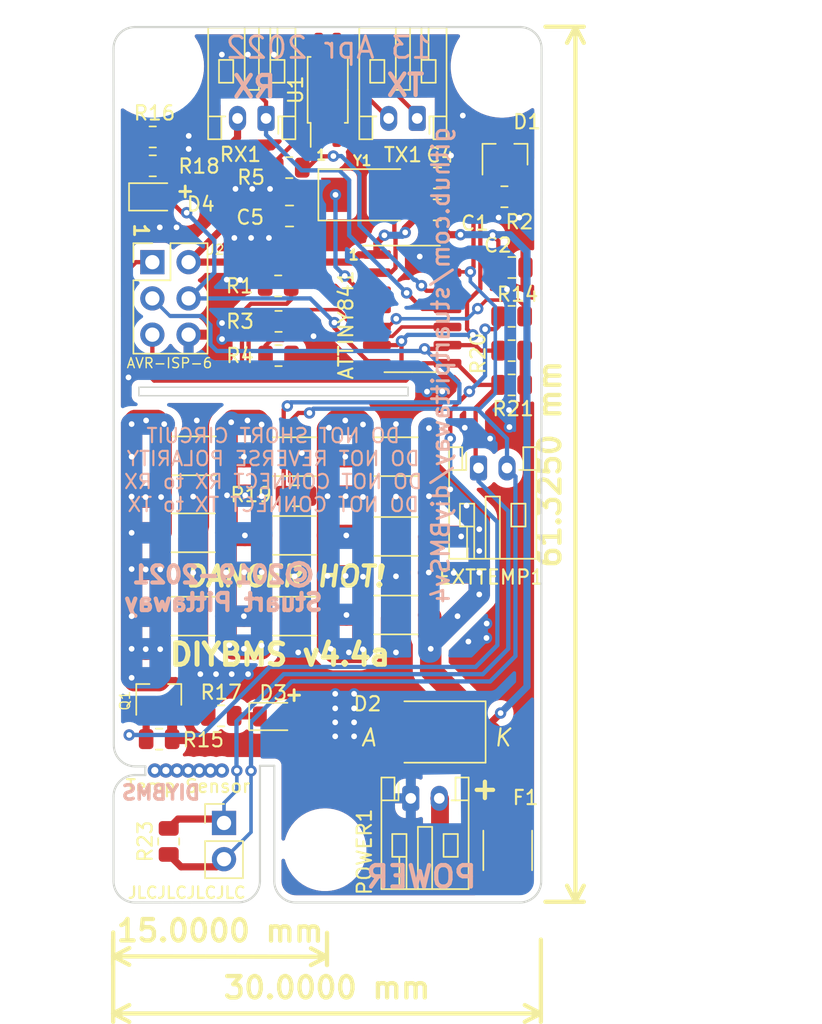
<source format=kicad_pcb>
(kicad_pcb (version 20211014) (generator pcbnew)
  (layers (0 "F.Cu" signal) (31 "B.Cu" signal) (34 "B.Paste" user) (35 "F.Paste" user) (36 "B.SilkS" user "B.Silkscreen") (37 "F.SilkS" user "F.Silkscreen") (38 "B.Mask" user) (39 "F.Mask" user) (44 "Edge.Cuts" user))
  (net 0 "")
  (net 1 "GND")
  (net 2 "VCC")
  (net 3 "RXD0")
  (net 4 "ENABLE")
  (net 5 "Net-(R5-Pad1)")
  (net 6 "TXD0")
  (net 7 "Net-(Q1-Pad3)")
  (net 8 "Net-(J2-Pad4)")
  (net 9 "Net-(J2-Pad5)")
  (net 10 "DUMP_LOAD_ENABLE")
  (net 11 "Net-(TX1-Pad1)")
  (net 12 "Net-(TX1-Pad2)")
  (net 13 "Net-(C5-Pad1)")
  (net 14 "Net-(C4-Pad1)")
  (net 15 "Net-(R17-Pad2)")
  (net 16 "Net-(R18-Pad2)")
  (net 17 "Net-(POWER1-Pad2)")
  (net 18 "Net-(Q1-Pad1)")
  (net 19 "Net-(ATTINY841-Pad10)")
  (net 20 "VREF")
  (net 21 "SCK")
  (net 22 "MISO")
  (net 23 "Net-(R26-Pad1)")
  (net 24 "Net-(R26-Pad2)")
  (footprint "Package_SO:SOP-4_4.4x2.6mm_P1.27mm" (layer "F.Cu") (at 116.9426 52.3876 90)
    (fp_text reference "U1")
    (fp_text value "EL3H7(B)(TA)-G")
  )
  (footprint "Connector_JST:JST_PH_S2B-PH-K_1x02_P2.00mm_Horizontal" (layer "F.Cu") (at 112.6176 54.3876 180)
    (fp_text reference "RX1")
    (fp_text value "RX Connector")
  )
  (footprint "Mounting_Holes:MountingHole_3.2mm_M3" (layer "F.Cu") (at 104.6676 50.7376)
    (fp_text reference "REF**" hide)
    (fp_text value "MountingHole_3.2mm_M3" hide)
  )
  (footprint "Mounting_Holes:MountingHole_3.2mm_M3" (layer "F.Cu") (at 129.1676 50.7376)
    (fp_text reference "REF**" hide)
    (fp_text value "MountingHole_3.2mm_M3" hide)
  )
  (footprint "Resistor_SMD:R_0805_2012Metric" (layer "F.Cu") (at 104.6676 55.6876 180)
    (fp_text reference "R16")
    (fp_text value "2.2KOHMS")
  )
  (footprint "Resistor_SMD:R_0805_2012Metric" (layer "F.Cu") (at 114.7176 80.8376 180)
    (fp_text reference "R19")
    (fp_text value "CMFB103F3950FANT")
  )
  (footprint "Connector_JST:JST_PH_S2B-PH-K_1x02_P2.00mm_Horizontal" (layer "F.Cu") (at 127.5176 78.8876)
    (fp_text reference "EXTTEMP1")
    (fp_text value "Ext Temp Sensor")
  )
  (footprint "Connector_JST:JST_PH_S2B-PH-K_1x02_P2.00mm_Horizontal" (layer "F.Cu") (at 123.2176 54.3876 180)
    (fp_text reference "TX1")
    (fp_text value "TX Connector")
  )
  (footprint "TO_SOT_Packages_SMD:SOT-23" (layer "F.Cu") (at 105.0926 94.7876 90)
    (fp_text reference "Q1")
    (fp_text value "AO3400A")
  )
  (footprint "LED_SMD:LED_0805_2012Metric" (layer "F.Cu") (at 104.6926 59.8876)
    (fp_text reference "D4")
    (fp_text value "Blue")
  )
  (footprint "LED_SMD:LED_0805_2012Metric" (layer "F.Cu") (at 113.1176 96.3026)
    (fp_text reference "D3")
    (fp_text value "Red")
  )
  (footprint "Package_SO:SOIC-14_3.9x8.7mm_P1.27mm" (layer "F.Cu") (at 122.8676 67.7376)
    (fp_text reference "ATTINY841")
    (fp_text value "ATtiny841-SSU")
  )
  (footprint "Resistor_SMD:R_0805_2012Metric" (layer "F.Cu") (at 129.8426 73.0626)
    (fp_text reference "R21")
    (fp_text value "10KOHMS")
  )
  (footprint "Resistor_SMD:R_0805_2012Metric" (layer "F.Cu") (at 109.4676 96.2576)
    (fp_text reference "R17")
    (fp_text value "2.2KOHMS")
  )
  (footprint "Resistor_SMD:R_0805_2012Metric" (layer "F.Cu") (at 104.6676 57.7126 180)
    (fp_text reference "R18")
    (fp_text value "2.2KOHMS")
  )
  (footprint "Resistor_SMD:R_0805_2012Metric" (layer "F.Cu") (at 114.2426 57.8376)
    (fp_text reference "R5")
    (fp_text value "220 OHMS")
  )
  (footprint "Resistor_SMD:R_0805_2012Metric" (layer "F.Cu") (at 129.8426 70.6626)
    (fp_text reference "R20")
    (fp_text value "10KOHMS")
  )
  (footprint "Package_TO_SOT_SMD:SOT-23" (layer "F.Cu") (at 129.3776 56.9276 90)
    (fp_text reference "D1")
    (fp_text value "AZ432ANTR-E1")
  )
  (footprint "Capacitor_SMD:C_0805_2012Metric" (layer "F.Cu") (at 124.6426 58.5626)
    (fp_text reference "C4")
    (fp_text value "22pF")
  )
  (footprint "Capacitor_SMD:C_0805_2012Metric" (layer "F.Cu") (at 114.2626 61.2276 180)
    (fp_text reference "C5")
    (fp_text value "22pF")
  )
  (footprint "Capacitor_SMD:C_0805_2012Metric" (layer "F.Cu") (at 124.6276 60.7976)
    (fp_text reference "C1")
    (fp_text value "100nF")
  )
  (footprint "Resistor_SMD:R_0805_2012Metric" (layer "F.Cu") (at 129.8426 68.2626)
    (fp_text reference "R14")
    (fp_text value "510OHMS")
  )
  (footprint "Resistor_SMD:R_0805_2012Metric" (layer "F.Cu") (at 113.4926 71.0126)
    (fp_text reference "R4")
    (fp_text value "2.7K")
  )
  (footprint "Resistor_SMD:R_0805_2012Metric" (layer "F.Cu") (at 129.3376 59.8776)
    (fp_text reference "R2")
    (fp_text value "1KOHMS")
  )
  (footprint "Resistor_SMD:R_0805_2012Metric" (layer "F.Cu") (at 113.4926 68.6126)
    (fp_text reference "R3")
    (fp_text value "6.8K")
  )
  (footprint "Resistor_SMD:R_0805_2012Metric" (layer "F.Cu") (at 113.4676 66.1276)
    (fp_text reference "R1")
    (fp_text value "10KOHMS")
  )
  (footprint "Fuse:Fuse_1812_4532Metric" (layer "F.Cu") (at 129.5676 105.6876 -90)
    (fp_text reference "F1")
    (fp_text value "mSMD150")
  )
  (footprint "Resistor_SMD:R_0805_2012Metric" (layer "F.Cu") (at 105.1176 97.8876)
    (fp_text reference "R15")
    (fp_text value "10KOHMS")
  )
  (footprint "Capacitor_SMD:C_0805_2012Metric" (layer "F.Cu") (at 129.8626 64.8376)
    (fp_text reference "C2")
    (fp_text value "1uF")
  )
  (footprint "Resistor_SMD:R_0805_2012Metric" (layer "F.Cu") (at 105.7876 105.0576 90)
    (fp_text reference "R23")
    (fp_text value "CMFB103F3950FANT")
  )
  (footprint "Diode_SMD:D_SMB" (layer "F.Cu") (at 124.4676 97.3876 180)
    (fp_text reference "D2")
    (fp_text value "SMBJ5.0A")
  )
  (footprint "Connector_PinHeader_2.54mm:PinHeader_1x02_P2.54mm_Vertical" (layer "F.Cu") (at 109.6676 103.7626)
    (fp_text reference "REMOTE1" hide)
    (fp_text value "Ext Temp Sensor")
  )
  (footprint "Connector_JST:JST_PH_S2B-PH-K_1x02_P2.00mm_Horizontal" (layer "F.Cu") (at 122.7676 102.0376)
    (fp_text reference "POWER1")
    (fp_text value "Battery")
  )
  (footprint "Mounting_Holes:MountingHole_3.2mm_M3" (layer "F.Cu") (at 116.7576 105.6376)
    (fp_text reference "REF**" hide)
    (fp_text value "MountingHole_3.2mm_M3" hide)
  )
  (footprint "Pin_Headers:Pin_Header_Straight_2x03_Pitch2.54mm" (layer "F.Cu") (at 104.6426 64.4626)
    (fp_text reference "J2")
    (fp_text value "AVR-ISP-6")
  )
  (footprint "Crystals:Crystal_SMD_5032-2pin_5.0x3.2mm" (layer "F.Cu") (at 119.3376 59.7426)
    (fp_text reference "Y1")
    (fp_text value "8MHZ Ceramic Resonator")
  )
  (footprint "Resistor_SMD:R_2010_5025Metric" (layer "F.Cu") (at 121.7296 83.6836 180)
    (fp_text reference "R6" hide)
    (fp_text value "3.3OHM 3/4W")
  )
  (footprint "Resistor_SMD:R_2010_5025Metric" (layer "F.Cu") (at 114.6176 78.0956 180)
    (fp_text reference "R8" hide)
    (fp_text value "3.3OHM 3/4W")
  )
  (footprint "Resistor_SMD:R_2010_5025Metric" (layer "F.Cu") (at 107.5676 78.0376 180)
    (fp_text reference "R12" hide)
    (fp_text value "3.3OHM 3/4W")
  )
  (footprint "Resistor_SMD:R_2010_5025Metric" (layer "F.Cu") (at 121.7296 78.0956 180)
    (fp_text reference "R22" hide)
    (fp_text value "3.3OHM 3/4W")
  )
  (footprint "Resistor_SMD:R_2010_5025Metric" (layer "F.Cu") (at 121.7176 89.1876 180)
    (fp_text reference "R24" hide)
    (fp_text value "3.3OHM 3/4W")
  )
  (footprint "Resistor_SMD:R_2010_5025Metric" (layer "F.Cu") (at 114.6176 83.6126 180)
    (fp_text reference "R25" hide)
    (fp_text value "3.3OHM 3/4W")
  )
  (footprint "Resistor_SMD:R_2010_5025Metric" (layer "F.Cu") (at 114.6176 89.2716 180)
    (fp_text reference "R26" hide)
    (fp_text value "3.3OHM 3/4W")
  )
  (footprint "Resistor_SMD:R_2010_5025Metric" (layer "F.Cu") (at 107.5056 83.4296 180)
    (fp_text reference "R29" hide)
    (fp_text value "3.3OHM 3/4W")
  )
  (footprint "Resistor_SMD:R_2010_5025Metric" (layer "F.Cu") (at 107.5056 89.2716 180)
    (fp_text reference "R30" hide)
    (fp_text value "3.3OHM 3/4W")
  )
  (gr_line (start 103.4176 47.9876) (end 130.4426 47.9876) (layer "Edge.Cuts") (width 0.15))
  (gr_line (start 131.9426 49.4876) (end 131.9176 107.8376) (layer "Edge.Cuts") (width 0.15))
  (gr_line (start 130.4176 109.3376) (end 114.6926 109.3376) (layer "Edge.Cuts") (width 0.15))
  (gr_arc (start 101.9176 49.4876) (mid 102.35694 48.42694) (end 103.4176 47.9876) (layer "Edge.Cuts") (width 0.15))
  (gr_arc (start 103.4176 109.3376) (mid 102.35694 108.89826) (end 101.9176 107.8376) (layer "Edge.Cuts") (width 0.15))
  (gr_arc (start 131.9176 107.8376) (mid 131.47826 108.89826) (end 130.4176 109.3376) (layer "Edge.Cuts") (width 0.15))
  (gr_line (start 122.5776 73.8236) (end 103.6976 73.8236) (layer "Edge.Cuts") (width 0.1))
  (gr_line (start 122.5776 73.2236) (end 122.5776 73.8236) (layer "Edge.Cuts") (width 0.1))
  (gr_line (start 101.9376 98.2976) (end 101.9176 49.4876) (layer "Edge.Cuts") (width 0.15))
  (gr_line (start 112.1876 99.7576) (end 113.1926 99.7576) (layer "Edge.Cuts") (width 0.15))
  (gr_line (start 112.1876 107.8276) (end 112.1876 99.7576) (layer "Edge.Cuts") (width 0.15))
  (gr_arc (start 114.6926 109.3376) (mid 113.63194 108.89826) (end 113.1926 107.8376) (layer "Edge.Cuts") (width 0.15))
  (gr_arc (start 112.1876 107.8276) (mid 111.74826 108.88826) (end 110.6876 109.3276) (layer "Edge.Cuts") (width 0.15))
  (gr_line (start 110.6876 109.3276) (end 103.4176 109.3376) (layer "Edge.Cuts") (width 0.15))
  (gr_arc (start 101.9176 101.9076) (mid 102.35694 100.84694) (end 103.4176 100.4076) (layer "Edge.Cuts") (width 0.15))
  (gr_arc (start 103.4376 99.7976) (mid 102.37694 99.35826) (end 101.9376 98.2976) (layer "Edge.Cuts") (width 0.15))
  (gr_line (start 101.9176 107.8376) (end 101.9176 101.9076) (layer "Edge.Cuts") (width 0.15))
  (gr_line (start 104.1476 100.4076) (end 104.1476 99.7976) (layer "Edge.Cuts") (width 0.15))
  (gr_line (start 104.1476 100.4076) (end 103.4176 100.4076) (layer "Edge.Cuts") (width 0.15))
  (gr_line (start 113.1926 99.7576) (end 113.1926 107.8376) (layer "Edge.Cuts") (width 0.15))
  (gr_line (start 103.6976 73.8236) (end 103.6976 73.2236) (layer "Edge.Cuts") (width 0.1))
  (gr_line (start 104.1476 99.7976) (end 103.4376 99.7976) (layer "Edge.Cuts") (width 0.15))
  (gr_line (start 103.6976 73.2236) (end 122.5776 73.2236) (layer "Edge.Cuts") (width 0.1))
  (gr_arc (start 130.4426 47.9876) (mid 131.50326 48.42694) (end 131.9426 49.4876) (layer "Edge.Cuts") (width 0.15))
  (gr_text "©2019-2021\nStuart Pittaway" (at 109.6176 87.3376) (layer "B.SilkS") (effects (font (size 1.2 1.2) (thickness 0.3)) (justify mirror)))
  (gr_text "github.com/stuartpittaway/diyBMSv4" (at 124.8676 71.6876 90) (layer "B.SilkS") (effects (font (size 1.2 1.2) (thickness 0.2)) (justify mirror)))
  (gr_text "13 Apr 2022" (at 109.6676 49.4276) (layer "B.SilkS") (effects (font (size 1.5 1.5) (thickness 0.2)) (justify right mirror)))
  (gr_text "RX" (at 111.7926 52.1626) (layer "B.SilkS") (effects (font (size 1.5 1.5) (thickness 0.3)) (justify mirror)))
  (gr_text "TX" (at 122.3926 52.0626) (layer "B.SilkS") (effects (font (size 1.5 1.5) (thickness 0.3)) (justify mirror)))
  (gr_text "POWER" (at 123.5176 107.5376) (layer "B.SilkS") (effects (font (size 1.5 1.5) (thickness 0.3)) (justify mirror)))
  (gr_text "DO NOT SHORT CIRCUIT\nDO NOT REVERSE POLARITY\nDO NOT CONNECT RX to RX\nDO NOT CONNECT TX to TX" (at 113.1176 79.0376) (layer "B.SilkS") (effects (font (size 1 1)) (justify mirror)))
  (gr_text "DIYBMS" (at 102.3676 101.6376) (layer "B.SilkS") (effects (font (size 1 1) (thickness 0.25)) (justify right mirror)))
  (gr_text "1" (at 103.8476 62.2476 270) (layer "F.SilkS") (effects (font (size 1 1) (thickness 0.2))))
  (gr_text "DANGER HOT!" (at 113.9676 86.4876) (layer "F.SilkS") (effects (font (size 1.4 1.4) (thickness 0.3) italic)))
  (gr_text "1" (at 116.4926 56.9626) (layer "F.SilkS") (effects (font (size 0.7 0.7) (thickness 0.175))))
  (gr_text "DIYBMS v4.4a" (at 121.5076 91.9676) (layer "F.SilkS") (effects (font (size 1.5 1.5) (thickness 0.35)) (justify right)))
  (gr_text "1" (at 118.7676 63.9626) (layer "F.SilkS") (effects (font (size 0.7 0.7) (thickness 0.175))))
  (gr_text "JLCJLCJLCJLC" (at 111.2676 108.6476) (layer "F.SilkS") (effects (font (size 0.8 0.8)) (justify right)))
  (gr_text "Temp Sensor" (at 102.6926 101.1876) (layer "F.SilkS") (effects (font (size 0.9 0.9)) (justify left)))
  (gr_text "+" (at 107.0176 59.5076 270) (layer "F.SilkS") (effects (font (size 1 1) (thickness 0.2))))
  (gr_text "+" (at 114.6576 94.8076 270) (layer "F.SilkS") (effects (font (size 1 1) (thickness 0.2))))
  (gr_text "A" (at 119.8176 97.7876) (layer "F.SilkS") (effects (font (size 1.2 1.2) (thickness 0.15) italic)))
  (gr_text "K" (at 129.2376 97.7876) (layer "F.SilkS") (effects (font (size 1.2 1.2) (thickness 0.15) italic)))
  (gr_text "+" (at 127.9676 101.3376) (layer "F.SilkS") (effects (font (size 1.5 1.5) (thickness 0.3))))
  (dimension (type aligned) (layer "F.SilkS") (pts (xy 131.8926 111.9376) (xy 101.8926 111.9376)) (height -5.175) (gr_text "30.0000 mm" (at 116.8926 115.3126) (layer "F.SilkS") (effects (font (size 1.5 1.5) (thickness 0.3)))) (format (units 2) (units_format 1) (precision 4)) (style (thickness 0.3) (arrow_length 1.27) (text_position_mode 0) (extension_height 0.58642) (extension_offset 0) keep_text_aligned))
  (dimension (type aligned) (layer "F.SilkS") (pts (xy 132.2176 109.2876) (xy 132.2176 47.9626)) (height 2.1) (gr_text "61.3250 mm" (at 132.5176 78.6251 90) (layer "F.SilkS") (effects (font (size 1.5 1.5) (thickness 0.3)))) (format (units 2) (units_format 1) (precision 4)) (style (thickness 0.3) (arrow_length 1.27) (text_position_mode 0) (extension_height 0.58642) (extension_offset 0) keep_text_aligned))
  (dimension (type aligned) (layer "F.SilkS") (pts (xy 116.895392 111.462602) (xy 101.895392 111.437602)) (height -1.675) (gr_text "15.0000 mm" (at 109.3956 111.325102 -0.09549287744) (layer "F.SilkS") (effects (font (size 1.5 1.5) (thickness 0.3)))) (format (units 2) (units_format 1) (precision 4)) (style (thickness 0.3) (arrow_length 1.27) (text_position_mode 0) (extension_height 0.58642) (extension_offset 0) keep_text_aligned))
  (via locked (at 104.810933 100.0876) (size 1) (drill 0.5) (layers "F.Cu" "B.Cu") (net 0))
  (via locked (at 105.592044 100.0876) (size 1) (drill 0.5) (layers "F.Cu" "B.Cu") (net 0))
  (via locked (at 106.373155 100.0876) (size 1) (drill 0.5) (layers "F.Cu" "B.Cu") (net 0))
  (via locked (at 107.154266 100.0876) (size 1) (drill 0.5) (layers "F.Cu" "B.Cu") (net 0))
  (via locked (at 107.935377 100.0876) (size 1) (drill 0.5) (layers "F.Cu" "B.Cu") (net 0))
  (via locked (at 108.7176 100.0876) (size 1) (drill 0.5) (layers "F.Cu" "B.Cu") (net 0))
  (via locked (at 109.5176 100.0876) (size 1) (drill 0.5) (layers "F.Cu" "B.Cu") (net 0))
  (segment (start 106.0301 97.8876) (end 106.0301 95.8001) (width 0.5) (layer "F.Cu") (net 1))
  (segment (start 105.5801 55.6876) (end 105.5801 57.7126) (width 0.3) (layer "F.Cu") (net 1))
  (segment (start 117.5676 55.5526) (end 117.5826 55.5376) (width 0.3) (layer "F.Cu") (net 1))
  (segment (start 106.0301 95.8001) (end 106.0426 95.7876) (width 0.5) (layer "F.Cu") (net 1))
  (via (at 113.1676 49.9126) (size 0.8) (drill 0.4) (layers "F.Cu" "B.Cu") (net 1))
  (via (at 111.6476 59.3276) (size 0.8) (drill 0.4) (layers "F.Cu" "B.Cu") (net 1))
  (via (at 112.8976 59.3276) (size 0.8) (drill 0.4) (layers "F.Cu" "B.Cu") (net 1))
  (via (at 107.1926 55.6126) (size 0.8) (drill 0.4) (layers "F.Cu" "B.Cu") (net 1))
  (via (at 110.4726 59.3276) (size 0.8) (drill 0.4) (layers "F.Cu" "B.Cu") (net 1))
  (via (at 123.9076 73.5336) (size 0.8) (drill 0.4) (layers "F.Cu" "B.Cu") (net 1))
  (via (at 129.6576 74.8276) (size 0.8) (drill 0.4) (layers "F.Cu" "B.Cu") (net 1))
  (via (at 128.0926 89.7876) (size 0.8) (drill 0.4) (layers "F.Cu" "B.Cu") (net 1))
  (via (at 128.0776 90.7976) (size 0.8) (drill 0.4) (layers "F.Cu" "B.Cu") (net 1))
  (via (at 126.8096 91.0496) (size 0.8) (drill 0.4) (layers "F.Cu" "B.Cu") (net 1))
  (via (at 117.4676 97.6926) (size 0.8) (drill 0.4) (layers "F.Cu" "B.Cu") (net 1))
  (via (at 117.4676 96.7126) (size 0.8) (drill 0.4) (layers "F.Cu" "B.Cu") (net 1))
  (via (at 108.0076 93.3326) (size 0.8) (drill 0.4) (layers "F.Cu" "B.Cu") (net 1))
  (via (at 109.1076 93.3326) (size 0.8) (drill 0.4) (layers "F.Cu" "B.Cu") (net 1))
  (via (at 110.2076 93.3326) (size 0.8) (drill 0.4) (layers "F.Cu" "B.Cu") (net 1))
  (via (at 111.3576 93.3326) (size 0.8) (drill 0.4) (layers "F.Cu" "B.Cu") (net 1))
  (via (at 117.4676 95.7326) (size 0.8) (drill 0.4) (layers "F.Cu" "B.Cu") (net 1))
  (via (at 118.7926 96.7126) (size 0.8) (drill 0.4) (layers "F.Cu" "B.Cu") (net 1))
  (via (at 118.7926 97.6926) (size 0.8) (drill 0.4) (layers "F.Cu" "B.Cu") (net 1))
  (via (at 118.7926 95.7326) (size 0.8) (drill 0.4) (layers "F.Cu" "B.Cu") (net 1))
  (via (at 111.5676 62.7626) (size 0.8) (drill 0.4) (layers "F.Cu" "B.Cu") (net 1))
  (via (at 112.8176 62.7626) (size 0.8) (drill 0.4) (layers "F.Cu" "B.Cu") (net 1))
  (via (at 110.3926 62.7626) (size 0.8) (drill 0.4) (layers "F.Cu" "B.Cu") (net 1))
  (via (at 109.5276 69.8526) (size 0.8) (drill 0.4) (layers "F.Cu" "B.Cu") (net 1))
  (via (at 109.5276 68.7276) (size 0.8) (drill 0.4) (layers "F.Cu" "B.Cu") (net 1))
  (via (at 125.5926 56.9876) (size 0.8) (drill 0.4) (layers "F.Cu" "B.Cu") (net 1))
  (via (at 111.3426 49.9126) (size 0.8) (drill 0.4) (layers "F.Cu" "B.Cu") (net 1))
  (via (at 109.5176 49.9126) (size 0.8) (drill 0.4) (layers "F.Cu" "B.Cu") (net 1))
  (via (at 107.1876 56.5276) (size 0.8) (drill 0.4) (layers "F.Cu" "B.Cu") (net 1))
  (via (at 105.1626 62.0226) (size 0.8) (drill 0.4) (layers "F.Cu" "B.Cu") (net 1))
  (via (at 106.3376 62.0226) (size 0.8) (drill 0.4) (layers "F.Cu" "B.Cu") (net 1))
  (via (at 115.9476 69.6476) (size 0.8) (drill 0.4) (layers "F.Cu" "B.Cu") (net 1))
  (via (at 110.7876 65.7076) (size 0.8) (drill 0.4) (layers "F.Cu" "B.Cu") (net 1))
  (via (at 109.8576 65.6876) (size 0.8) (drill 0.4) (layers "F.Cu" "B.Cu") (net 1))
  (via (at 124.9776 73.5236) (size 0.8) (drill 0.4) (layers "F.Cu" "B.Cu") (net 1))
  (via (at 102.9676 72.5376) (size 0.8) (drill 0.4) (layers "F.Cu" "B.Cu") (net 1))
  (via (at 117.4676 94.7126) (size 0.8) (drill 0.4) (layers "F.Cu" "B.Cu") (net 1))
  (via (at 118.7926 94.7126) (size 0.8) (drill 0.4) (layers "F.Cu" "B.Cu") (net 1))
  (via (at 121.7296 86.4776) (size 0.8) (drill 0.4) (layers "F.Cu" "B.Cu") (net 1))
  (via (at 121.7296 80.8896) (size 0.8) (drill 0.4) (layers "F.Cu" "B.Cu") (net 1))
  (via (at 114.8716 91.8116) (size 0.8) (drill 0.4) (layers "F.Cu" "B.Cu") (net 1))
  (via (at 129.6876 76.0176) (size 0.8) (drill 0.4) (layers "F.Cu" "B.Cu") (net 1))
  (via (at 130.3776 61.3376) (size 0.8) (drill 0.4) (layers "F.Cu" "B.Cu") (net 1))
  (via (at 107.7596 75.5556) (size 0.8) (drill 0.4) (layers "F.Cu" "B.Cu") (net 1))
  (via (at 107.5056 80.8896) (size 0.8) (drill 0.4) (layers "F.Cu" "B.Cu") (net 1))
  (via (at 114.6176 86.4776) (size 0.8) (drill 0.4) (layers "F.Cu" "B.Cu") (net 1))
  (via (at 123.3976 64.0676) (size 0.8) (drill 0.4) (layers "F.Cu" "B.Cu") (net 1))
  (via (at 129.5176 66.3576) (size 0.8) (drill 0.4) (layers "F.Cu" "B.Cu") (net 1))
  (via (at 126.5556 76.0636) (size 0.8) (drill 0.4) (layers "F.Cu" "B.Cu") (net 1))
  (via (at 128.9276 61.3376) (size 0.8) (drill 0.4) (layers "F.Cu" "B.Cu") (net 1))
  (via (at 107.5056 86.2236) (size 0.8) (drill 0.4) (layers "F.Cu" "B.Cu") (net 1))
  (via (at 126.4176 54.1876) (size 0.8) (drill 0.4) (layers "F.Cu" "B.Cu") (net 1))
  (via (at 115.1256 77.8416) (size 0.8) (drill 0.4) (layers "F.Cu" "B.Cu") (net 1))
  (via (at 121.7296 75.8096) (size 0.8) (drill 0.4) (layers "F.Cu" "B.Cu") (net 1))
  (via (at 121.7296 91.8116) (size 0.8) (drill 0.4) (layers "F.Cu" "B.Cu") (net 1))
  (via (at 128.3336 76.8256) (size 0.8) (drill 0.4) (layers "F.Cu" "B.Cu") (net 1))
  (segment (start 108.384681 64.4626) (end 107.1826 64.4626) (width 0.3) (layer "F.Cu") (net 2))
  (segment (start 127.5716 86.2236) (end 127.5716 87.7476) (width 1.5) (layer "F.Cu") (net 2))
  (segment (start 109.5176 62.1276) (end 109.5176 56.8376) (width 0.5) (layer "F.Cu") (net 2))
  (segment (start 107.1826 64.4626) (end 107.6576 63.9876) (width 0.5) (layer "F.Cu") (net 2))
  (segment (start 120.3926 63.9276) (end 120.3726 63.9476) (width 0.5) (layer "F.Cu") (net 2))
  (segment (start 119.4676 98.8876) (end 120.2176 99.6376) (width 0.5) (layer "F.Cu") (net 2))
  (segment (start 124.0301 86.2381) (end 124.0301 86.2091) (width 1.5) (layer "F.Cu") (net 2))
  (segment (start 120.1676 63.9276) (end 120.3926 63.9276) (width 0.5) (layer "F.Cu") (net 2))
  (segment (start 124.1676 91.5576) (end 124.1676 93.0626) (width 1.5) (layer "F.Cu") (net 2))
  (segment (start 129.5676 103.5501) (end 129.5676 98.5876) (width 1.5) (layer "F.Cu") (net 2))
  (segment (start 124.0301 89.1876) (end 124.0301 86.2381) (width 1.5) (layer "F.Cu") (net 2))
  (segment (start 120.3926 63.102588) (end 120.917588 62.5776) (width 0.5) (layer "F.Cu") (net 2))
  (segment (start 118.6176 64.4576) (end 112.6576 64.4576) (width 0.5) (layer "F.Cu") (net 2))
  (segment (start 120.3926 63.9276) (end 120.3926 63.102588) (width 0.5) (layer "F.Cu") (net 2))
  (segment (start 124.0301 86.2091) (end 124.0301 83.6956) (width 1.5) (layer "F.Cu") (net 2))
  (segment (start 126.3016 83.6836) (end 127.3176 83.6836) (width 1.5) (layer "F.Cu") (net 2))
  (segment (start 126.0476 89.2716) (end 124.6441 90.6751) (width 1.5) (layer "F.Cu") (net 2))
  (segment (start 120.2176 99.6376) (end 125.7676 99.6376) (width 0.5) (layer "F.Cu") (net 2))
  (segment (start 124.6441 90.6751) (end 124.0301 90.6751) (width 1.5) (layer "F.Cu") (net 2))
  (segment (start 125.7791 86.2381) (end 127.3031 86.2381) (width 1.5) (layer "F.Cu") (net 2))
  (segment (start 126.6426 97.3626) (end 126.6176 97.3876) (width 1.5) (layer "F.Cu") (net 2))
  (segment (start 126.6176 98.7876) (end 126.6176 97.3876) (width 0.5) (layer "F.Cu") (net 2))
  (segment (start 127.5716 87.7476) (end 126.0476 89.2716) (width 1.5) (layer "F.Cu") (net 2))
  (segment (start 109.5176 56.8376) (end 110.6176 55.7376) (width 0.5) (layer "F.Cu") (net 2))
  (segment (start 128.3676 97.3876) (end 126.6176 97.3876) (width 1.5) (layer "F.Cu") (net 2))
  (segment (start 124.0301 86.2381) (end 125.7791 86.2381) (width 1.5) (layer "F.Cu") (net 2))
  (segment (start 114.5326 96.3026) (end 117.1176 98.8876) (width 0.5) (layer "F.Cu") (net 2))
  (segment (start 127.3176 83.6836) (end 127.5716 83.4296) (width 1.5) (layer "F.Cu") (net 2))
  (segment (start 126.6176 97.3876) (end 127.7426 97.3876) (width 0.5) (layer "F.Cu") (net 2))
  (segment (start 112.6576 64.4576) (end 107.1876 64.4576) (width 0.5) (layer "F.Cu") (net 2))
  (segment (start 124.0421 78.8841) (end 125.5396 80.3816) (width 1.5) (layer "F.Cu") (net 2))
  (segment (start 124.0421 78.0956) (end 124.0421 78.8841) (width 1.5) (layer "F.Cu") (net 2))
  (segment (start 125.5396 80.3816) (end 126.6826 81.5246) (width 1.5) (layer "F.Cu") (net 2))
  (segment (start 127.5716 84.6996) (end 127.5716 85.9696) (width 1.5) (layer "F.Cu") (net 2))
  (segment (start 126.6826 81.5246) (end 127.5716 82.4136) (width 1.5) (layer "F.Cu") (net 2))
  (segment (start 110.6176 55.7376) (end 110.6176 54.3876) (width 0.5) (layer "F.Cu") (net 2))
  (segment (start 128.9126 64.8376) (end 128.9126 62.9726) (width 0.3) (layer "F.Cu") (net 2))
  (segment (start 125.7676 99.6376) (end 126.6176 98.7876) (width 0.5) (layer "F.Cu") (net 2))
  (segment (start 127.7426 97.3876) (end 129.0676 96.0626) (width 0.5) (layer "F.Cu") (net 2))
  (segment (start 129.5676 98.5876) (end 128.3676 97.3876) (width 1.5) (layer "F.Cu") (net 2))
  (segment (start 127.5716 83.4296) (end 127.5716 84.6996) (width 1.5) (layer "F.Cu") (net 2))
  (segment (start 124.0301 90.6751) (end 124.0301 89.1876) (width 1.5) (layer "F.Cu") (net 2))
  (segment (start 127.5716 85.9696) (end 127.5716 86.2236) (width 1.5) (layer "F.Cu") (net 2))
  (segment (start 124.0421 78.0956) (end 124.0421 76.0901) (width 1.5) (layer "F.Cu") (net 2))
  (segment (start 124.1676 93.0626) (end 126.6426 95.5376) (width 1.5) (layer "F.Cu") (net 2))
  (segment (start 124.1676 89.3251) (end 124.0301 89.1876) (width 1.5) (layer "F.Cu") (net 2))
  (segment (start 124.0421 80.8631) (end 124.0421 78.0956) (width 1.5) (layer "F.Cu") (net 2))
  (segment (start 124.1676 91.5576) (end 124.1676 89.3251) (width 1.5) (layer "F.Cu") (net 2))
  (segment (start 112.5551 66.1276) (end 112.5551 64.5601) (width 0.3) (layer "F.Cu") (net 2))
  (segment (start 124.0421 83.6836) (end 126.3016 83.6836) (width 1.5) (layer "F.Cu") (net 2))
  (segment (start 112.5551 64.5601) (end 112.6576 64.4576) (width 0.3) (layer "F.Cu") (net 2))
  (segment (start 127.5716 83.1756) (end 127.5716 83.4296) (width 1.5) (layer "F.Cu") (net 2))
  (segment (start 128.9126 62.9726) (end 128.5076 62.5676) (width 0.3) (layer "F.Cu") (net 2))
  (segment (start 120.3726 63.9476) (end 119.1276 63.9476) (width 0.5) (layer "F.Cu") (net 2))
  (segment (start 127.5716 82.4136) (end 127.5716 83.1756) (width 1.5) (layer "F.Cu") (net 2))
  (segment (start 125.4176 62.5376) (end 126.2576 62.5376) (width 0.5) (layer "F.Cu") (net 2))
  (segment (start 117.1176 98.8876) (end 119.4676 98.8876) (width 0.5) (layer "F.Cu") (net 2))
  (segment (start 124.0301 83.6956) (end 124.0421 83.6836) (width 1.5) (layer "F.Cu") (net 2))
  (segment (start 107.1876 64.4576) (end 107.1826 64.4626) (width 0.5) (layer "F.Cu") (net 2))
  (segment (start 107.1826 64.4626) (end 109.5176 62.1276) (width 0.5) (layer "F.Cu") (net 2))
  (segment (start 123.6776 60.7976) (end 122.3776 62.0976) (width 0.5) (layer "F.Cu") (net 2))
  (segment (start 114.0551 96.3026) (end 114.5326 96.3026) (width 0.5) (layer "F.Cu") (net 2))
  (segment (start 123.6776 60.7976) (end 125.4176 62.5376) (width 0.5) (layer "F.Cu") (net 2))
  (segment (start 119.1276 63.9476) (end 118.6176 64.4576) (width 0.5) (layer "F.Cu") (net 2))
  (segment (start 124.0421 83.6836) (end 124.0421 80.8631) (width 1.5) (layer "F.Cu") (net 2))
  (segment (start 127.3031 86.2381) (end 127.5716 85.9696) (width 1.5) (layer "F.Cu") (net 2))
  (segment (start 122.3776 62.0976) (end 122.3776 62.3776) (width 0.5) (layer "F.Cu") (net 2))
  (segment (start 126.6426 95.5376) (end 126.6426 97.3626) (width 1.5) (layer "F.Cu") (net 2))
  (via (at 124.1676 91.5576) (size 0.8) (drill 0.4) (layers "F.Cu" "B.Cu") (net 2))
  (via (at 126.3016 83.6836) (size 0.8) (drill 0.4) (layers "F.Cu" "B.Cu") (net 2))
  (via (at 127.5716 84.6996) (size 0.8) (drill 0.4) (layers "F.Cu" "B.Cu") (net 2))
  (via (at 122.3776 62.3776) (size 0.8) (drill 0.4) (layers "F.Cu" "B.Cu") (net 2))
  (via (at 127.5716 87.7476) (size 0.8) (drill 0.4) (layers "F.Cu" "B.Cu") (net 2))
  (via (at 127.5716 83.1756) (size 0.8) (drill 0.4) (layers "F.Cu" "B.Cu") (net 2))
  (via (at 126.2576 62.5376) (size 0.8) (drill 0.4) (layers "F.Cu" "B.Cu") (net 2))
  (via (at 127.5716 86.2236) (size 0.8) (drill 0.4) (layers "F.Cu" "B.Cu") (net 2))
  (via (at 124.0421 76.0901) (size 0.8) (drill 0.4) (layers "F.Cu" "B.Cu") (net 2))
  (via (at 128.5076 62.5676) (size 0.8) (drill 0.4) (layers "F.Cu" "B.Cu") (net 2))
  (via (at 120.917588 62.5776) (size 0.8) (drill 0.4) (layers "F.Cu" "B.Cu") (net 2))
  (via (at 126.0476 89.2716) (size 0.8) (drill 0.4) (layers "F.Cu" "B.Cu") (net 2))
  (via (at 126.6826 81.5246) (size 0.8) (drill 0.4) (layers "F.Cu" "B.Cu") (net 2))
  (via (at 129.0676 96.0626) (size 0.8) (drill 0.4) (layers "F.Cu" "B.Cu") (net 2))
  (via (at 125.7791 86.2381) (size 0.8) (drill 0.4) (layers "F.Cu" "B.Cu") (net 2))
  (via (at 124.0301 86.2091) (size 0.8) (drill 0.4) (layers "F.Cu" "B.Cu") (net 2))
  (via (at 125.5396 80.3816) (size 0.8) (drill 0.4) (layers "F.Cu" "B.Cu") (net 2))
  (via (at 124.0421 80.8631) (size 0.8) (drill 0.4) (layers "F.Cu" "B.Cu") (net 2))
  (segment (start 124.1676 91.5576) (end 124.1676 91.1516) (width 1.5) (layer "B.Cu") (net 2))
  (segment (start 124.0446 86.2236) (end 124.0301 86.2091) (width 1.5) (layer "B.Cu") (net 2))
  (segment (start 129.0676 96.0626) (end 130.9176 94.2126) (width 0.5) (layer "B.Cu") (net 2))
  (segment (start 120.917588 62.5776) (end 122.1776 62.5776) (width 0.5) (layer "B.Cu") (net 2))
  (segment (start 124.0421 76.0901) (end 124.0421 78.8311) (width 1.5) (layer "B.Cu") (net 2))
  (segment (start 130.9176 94.2126) (end 130.9176 63.7176) (width 0.5) (layer "B.Cu") (net 2))
  (segment (start 124.1676 91.1516) (end 127.5716 87.7476) (width 1.5) (layer "B.Cu") (net 2))
  (segment (start 127.0371 83.7101) (end 124.0421 83.7101) (width 1.5) (layer "B.Cu") (net 2))
  (segment (start 129.7376 62.5376) (end 126.2576 62.5376) (width 0.5) (layer "B.Cu") (net 2))
  (segment (start 127.5716 87.7476) (end 127.5716 83.1756) (width 1.5) (layer "B.Cu") (net 2))
  (segment (start 127.5716 82.881846) (end 124.0421 79.352346) (width 1.5) (layer "B.Cu") (net 2))
  (segment (start 127.5716 83.1756) (end 127.0371 83.7101) (width 1.5) (layer "B.Cu") (net 2))
  (segment (start 124.0421 83.7101) (end 124.0421 91.77808) (width 1.5) (layer "B.Cu") (net 2))
  (segment (start 127.5716 83.1756) (end 127.5716 82.881846) (width 1.5) (layer "B.Cu") (net 2))
  (segment (start 127.5716 86.2236) (end 124.0446 86.2236) (width 1.5) (layer "B.Cu") (net 2))
  (segment (start 130.9176 63.7176) (end 129.7376 62.5376) (width 0.5) (layer "B.Cu") (net 2))
  (segment (start 122.1776 62.5776) (end 122.3776 62.3776) (width 0.5) (layer "B.Cu") (net 2))
  (segment (start 124.0421 91.77808) (end 124.1676 91.77808) (width 1.5) (layer "B.Cu") (net 2))
  (segment (start 126.2176 62.5776) (end 126.2576 62.5376) (width 0.5) (layer "B.Cu") (net 2))
  (segment (start 124.0421 78.8311) (end 124.0421 83.7101) (width 1.5) (layer "B.Cu") (net 2))
  (segment (start 124.0421 79.352346) (end 124.0421 78.8311) (width 1.5) (layer "B.Cu") (net 2))
  (segment (start 104.2051 54.5376) (end 103.7551 54.9876) (width 0.3) (layer "F.Cu") (net 3))
  (segment (start 106.3676 54.5376) (end 104.2051 54.5376) (width 0.3) (layer "F.Cu") (net 3))
  (segment (start 125.5676 67.7376) (end 123.5976 67.7376) (width 0.3) (layer "F.Cu") (net 3))
  (segment (start 103.7551 54.9876) (end 103.7551 55.6876) (width 0.3) (layer "F.Cu") (net 3))
  (segment (start 123.5976 67.7376) (end 122.4776 66.6176) (width 0.3) (layer "F.Cu") (net 3))
  (segment (start 112.6176 54.3876) (end 112.6176 53.2376) (width 0.3) (layer "F.Cu") (net 3))
  (segment (start 112.0676 52.6876) (end 108.2176 52.6876) (width 0.3) (layer "F.Cu") (net 3))
  (segment (start 108.2176 52.6876) (end 106.3676 54.5376) (width 0.3) (layer "F.Cu") (net 3))
  (segment (start 112.6176 53.2376) (end 112.0676 52.6876) (width 0.3) (layer "F.Cu") (net 3))
  (via (at 122.4776 66.6176) (size 0.8) (drill 0.4) (layers "F.Cu" "B.Cu") (net 3))
  (segment (start 112.6176 55.5376) (end 115.1076 58.0276) (width 0.3) (layer "B.Cu") (net 3))
  (segment (start 112.6176 54.3876) (end 112.6176 55.5376) (width 0.3) (layer "B.Cu") (net 3))
  (segment (start 115.1076 58.0276) (end 117.7576 58.0276) (width 0.3) (layer "B.Cu") (net 3))
  (segment (start 118.4476 58.7176) (end 118.4476 62.5876) (width 0.3) (layer "B.Cu") (net 3))
  (segment (start 117.7576 58.0276) (end 118.4476 58.7176) (width 0.3) (layer "B.Cu") (net 3))
  (segment (start 118.4476 62.5876) (end 122.4776 66.6176) (width 0.3) (layer "B.Cu") (net 3))
  (segment (start 111.3926 69.2876) (end 111.3926 72.2376) (width 0.3) (layer "F.Cu") (net 4))
  (segment (start 127.6476 66.321598) (end 126.717601 67.251597) (width 0.3) (layer "F.Cu") (net 4))
  (segment (start 121.8516 72.2536) (end 122.1176 71.9876) (width 0.3) (layer "F.Cu") (net 4))
  (segment (start 122.1176 71.9876) (end 122.1176 69.98759) (width 0.3) (layer "F.Cu") (net 4))
  (segment (start 120.3926 70.2776) (end 121.82759 70.2776) (width 0.3) (layer "F.Cu") (net 4))
  (segment (start 126.717601 67.251597) (end 126.717601 69.157601) (width 0.3) (layer "F.Cu") (net 4))
  (segment (start 128.4251 59.8776) (end 127.9126 59.8776) (width 0.3) (layer "F.Cu") (net 4))
  (segment (start 126.717601 69.157601) (end 127.1176 69.5576) (width 0.3) (layer "F.Cu") (net 4))
  (segment (start 111.3926 72.2376) (end 111.4086 72.2536) (width 0.3) (layer "F.Cu") (net 4))
  (segment (start 127.6476 60.1426) (end 127.6476 66.321598) (width 0.3) (layer "F.Cu") (net 4))
  (segment (start 112.0676 68.6126) (end 111.3926 69.2876) (width 0.3) (layer "F.Cu") (net 4))
  (segment (start 127.9126 59.8776) (end 127.6476 60.1426) (width 0.3) (layer "F.Cu") (net 4))
  (segment (start 111.4086 72.2536) (end 121.8516 72.2536) (width 0.3) (layer "F.Cu") (net 4))
  (segment (start 112.7426 68.6126) (end 112.1926 68.6126) (width 0.3) (layer "F.Cu") (net 4))
  (segment (start 112.5801 68.6126) (end 112.0676 68.6126) (width 0.3) (layer "F.Cu") (net 4))
  (segment (start 121.82759 70.2776) (end 122.1176 69.98759) (width 0.3) (layer "F.Cu") (net 4))
  (via (at 127.1176 69.5576) (size 0.8) (drill 0.4) (layers "F.Cu" "B.Cu") (net 4))
  (via (at 122.1176 69.98759) (size 0.8) (drill 0.4) (layers "F.Cu" "B.Cu") (net 4))
  (segment (start 127.1176 69.5576) (end 122.54759 69.5576) (width 0.3) (layer "B.Cu") (net 4))
  (segment (start 122.54759 69.5576) (end 122.1176 69.98759) (width 0.3) (layer "B.Cu") (net 4))
  (segment (start 115.1426 55.5376) (end 113.3301 57.3501) (width 0.3) (layer "F.Cu") (net 5))
  (segment (start 116.3026 55.5376) (end 115.1426 55.5376) (width 0.3) (layer "F.Cu") (net 5))
  (segment (start 113.3301 57.3501) (end 113.3301 57.8376) (width 0.3) (layer "F.Cu") (net 5))
  (segment (start 116.3376 57.0476) (end 117.3176 57.0476) (width 0.3) (layer "F.Cu") (net 6))
  (segment (start 115.1551 57.8376) (end 115.5476 57.8376) (width 0.3) (layer "F.Cu") (net 6))
  (segment (start 123.8776 66.4676) (end 123.5176 66.1076) (width 0.3) (layer "F.Cu") (net 6))
  (segment (start 117.3176 57.0476) (end 117.3376 57.0276) (width 0.3) (layer "F.Cu") (net 6))
  (segment (start 125.3426 66.4676) (end 123.8776 66.4676) (width 0.3) (layer "F.Cu") (net 6))
  (segment (start 115.5476 57.8376) (end 116.3376 57.0476) (width 0.3) (layer "F.Cu") (net 6))
  (segment (start 125.5676 66.4676) (end 125.361915 66.4676) (width 0.3) (layer "F.Cu") (net 6))
  (via (at 117.3376 57.0276) (size 0.8) (drill 0.4) (layers "F.Cu" "B.Cu") (net 6))
  (via (at 123.5176 66.1076) (size 0.8) (drill 0.4) (layers "F.Cu" "B.Cu") (net 6))
  (segment (start 117.904011 57.0276) (end 117.3376 57.0276) (width 0.3) (layer "B.Cu") (net 6))
  (segment (start 123.117601 65.707601) (end 123.011585 65.707601) (width 0.3) (layer "B.Cu") (net 6))
  (segment (start 119.167599 61.863615) (end 119.167599 58.291188) (width 0.3) (layer "B.Cu") (net 6))
  (segment (start 123.011585 65.707601) (end 119.167599 61.863615) (width 0.3) (layer "B.Cu") (net 6))
  (segment (start 119.167599 58.291188) (end 117.904011 57.0276) (width 0.3) (layer "B.Cu") (net 6))
  (segment (start 123.5176 66.1076) (end 123.117601 65.707601) (width 0.3) (layer "B.Cu") (net 6))
  (segment (start 105.2551 80.9251) (end 104.1681 80.9251) (width 1.5) (layer "F.Cu") (net 7))
  (segment (start 105.2551 80.9251) (end 105.2551 83.3676) (width 1.5) (layer "F.Cu") (net 7))
  (segment (start 108.5551 96.0751) (end 106.2676 93.7876) (width 0.5) (layer "F.Cu") (net 7))
  (segment (start 103.4416 75.5556) (end 104.2036 75.5556) (width 1.5) (layer "F.Cu") (net 7))
  (segment (start 103.1876 75.8096) (end 103.4416 75.5556) (width 1.5) (layer "F.Cu") (net 7))
  (segment (start 105.4736 75.8096) (end 105.2196 75.8096) (width 1.5) (layer "F.Cu") (net 7))
  (segment (start 105.1931 85.9961) (end 105.1931 89.2716) (width 1.5) (layer "F.Cu") (net 7))
  (segment (start 104.1771 85.9961) (end 103.6691 85.9961) (width 1.5) (layer "F.Cu") (net 7))
  (segment (start 103.1876 80.6356) (end 103.1876 80.8896) (width 1.5) (layer "F.Cu") (net 7))
  (segment (start 106.2676 93.7876) (end 105.0926 93.7876) (width 0.5) (layer "F.Cu") (net 7))
  (segment (start 103.1876 91.3036) (end 103.1876 91.5576) (width 1.5) (layer "F.Cu") (net 7))
  (segment (start 103.4416 83.4296) (end 103.1876 83.1756) (width 1.5) (layer "F.Cu") (net 7))
  (segment (start 103.1876 89.2716) (end 103.1876 91.3036) (width 1.5) (layer "F.Cu") (net 7))
  (segment (start 103.1876 80.8896) (end 103.1876 83.1756) (width 1.5) (layer "F.Cu") (net 7))
  (segment (start 103.1876 75.8096) (end 103.1876 78.0956) (width 1.5) (layer "F.Cu") (net 7))
  (segment (start 103.4681 91.5841) (end 103.1876 91.3036) (width 1.5) (layer "F.Cu") (net 7))
  (segment (start 104.9656 75.5556) (end 104.2036 75.5556) (width 1.5) (layer "F.Cu") (net 7))
  (segment (start 105.2551 78.0376) (end 105.2551 80.9251) (width 1.5) (layer "F.Cu") (net 7))
  (segment (start 104.1681 80.9251) (end 103.4771 80.9251) (width 1.5) (layer "F.Cu") (net 7))
  (segment (start 105.1931 89.2716) (end 103.4416 89.2716) (width 1.5) (layer "F.Cu") (net 7))
  (segment (start 105.1931 85.9961) (end 104.1771 85.9961) (width 1.5) (layer "F.Cu") (net 7))
  (segment (start 103.1876 83.4296) (end 103.1876 85.9696) (width 1.5) (layer "F.Cu") (net 7))
  (segment (start 105.2551 83.3676) (end 105.1931 83.4296) (width 1.5) (layer "F.Cu") (net 7))
  (segment (start 103.1876 86.4776) (end 103.1876 89.0176) (width 1.5) (layer "F.Cu") (net 7))
  (segment (start 103.1876 93.5896) (end 103.3856 93.7876) (width 1.5) (layer "F.Cu") (net 7))
  (segment (start 103.3856 93.7876) (end 105.0926 93.7876) (width 1.5) (layer "F.Cu") (net 7))
  (segment (start 103.1876 78.0956) (end 103.1876 80.6356) (width 1.5) (layer "F.Cu") (net 7))
  (segment (start 105.1931 83.4296) (end 103.4416 83.4296) (width 1.5) (layer "F.Cu") (net 7))
  (segment (start 103.1876 89.0176) (end 103.1876 89.2716) (width 1.5) (layer "F.Cu") (net 7))
  (segment (start 103.1876 83.1756) (end 103.1876 83.4296) (width 1.5) (layer "F.Cu") (net 7))
  (segment (start 105.1931 91.5841) (end 105.1931 93.6871) (width 1.5) (layer "F.Cu") (net 7))
  (segment (start 104.1771 91.5841) (end 103.4681 91.5841) (width 1.5) (layer "F.Cu") (net 7))
  (segment (start 103.1876 85.9696) (end 103.1876 86.4776) (width 1.5) (layer "F.Cu") (net 7))
  (segment (start 105.1931 91.5841) (end 104.1771 91.5841) (width 1.5) (layer "F.Cu") (net 7))
  (segment (start 105.4736 75.8096) (end 105.2551 76.0281) (width 1.5) (layer "F.Cu") (net 7))
  (segment (start 103.4771 80.9251) (end 103.1876 80.6356) (width 1.5) (layer "F.Cu") (net 7))
  (segment (start 103.6691 85.9961) (end 103.1876 86.4776) (width 1.5) (layer "F.Cu") (net 7))
  (segment (start 103.1876 93.5896) (end 103.1876 91.5576) (width 1.5) (layer "F.Cu") (net 7))
  (segment (start 105.2196 75.8096) (end 104.9656 75.5556) (width 1.5) (layer "F.Cu") (net 7))
  (segment (start 105.1931 83.4296) (end 105.1931 85.9961) (width 1.5) (layer "F.Cu") (net 7))
  (segment (start 105.1931 93.6871) (end 105.0926 93.7876) (width 1.5) (layer "F.Cu") (net 7))
  (segment (start 103.4416 89.2716) (end 103.1876 89.0176) (width 1.5) (layer "F.Cu") (net 7))
  (segment (start 108.5551 96.2576) (end 108.5551 96.0751) (width 0.5) (layer "F.Cu") (net 7))
  (segment (start 105.1931 89.2716) (end 105.1931 91.5841) (width 1.5) (layer "F.Cu") (net 7))
  (segment (start 105.2551 76.0281) (end 105.2551 78.0376) (width 1.5) (layer "F.Cu") (net 7))
  (via (at 103.1876 85.9696) (size 0.8) (drill 0.4) (layers "F.Cu" "B.Cu") (net 7))
  (via (at 103.1876 83.4296) (size 0.8) (drill 0.4) (layers "F.Cu" "B.Cu") (net 7))
  (via (at 104.1771 91.5841) (size 0.8) (drill 0.4) (layers "F.Cu" "B.Cu") (net 7))
  (via (at 103.1876 78.0956) (size 0.8) (drill 0.4) (layers "F.Cu" "B.Cu") (net 7))
  (via (at 103.1876 93.5896) (size 0.8) (drill 0.4) (layers "F.Cu" "B.Cu") (net 7))
  (via (at 105.1931 85.9961) (size 0.8) (drill 0.4) (layers "F.Cu" "B.Cu") (net 7))
  (via (at 104.1681 80.9251) (size 0.8) (drill 0.4) (layers "F.Cu" "B.Cu") (net 7))
  (via (at 103.1876 75.8096) (size 0.8) (drill 0.4) (layers "F.Cu" "B.Cu") (net 7))
  (via (at 103.1876 89.2716) (size 0.8) (drill 0.4) (layers "F.Cu" "B.Cu") (net 7))
  (via (at 105.4736 75.8096) (size 0.8) (drill 0.4) (layers "F.Cu" "B.Cu") (net 7))
  (via (at 104.1771 85.9961) (size 0.8) (drill 0.4) (layers "F.Cu" "B.Cu") (net 7))
  (via (at 103.1876 80.8896) (size 0.8) (drill 0.4) (layers "F.Cu" "B.Cu") (net 7))
  (via (at 104.2036 75.5556) (size 0.8) (drill 0.4) (layers "F.Cu" "B.Cu") (net 7))
  (via (at 105.2551 80.9251) (size 0.8) (drill 0.4) (layers "F.Cu" "B.Cu") (net 7))
  (via (at 105.1931 91.5841) (size 0.8) (drill 0.4) (layers "F.Cu" "B.Cu") (net 7))
  (via (at 103.1876 91.5576) (size 0.8) (drill 0.4) (layers "F.Cu" "B.Cu") (net 7))
  (segment (start 105.1931 89.4991) (end 105.1931 83.6571) (width 1.5) (layer "B.Cu") (net 7))
  (segment (start 105.4736 75.8096) (end 103.1876 75.8096) (width 1.5) (layer "B.Cu") (net 7))
  (segment (start 104.9656 83.4296) (end 105.1931 83.6571) (width 1.5) (layer "B.Cu") (net 7))
  (segment (start 103.1876 89.2716) (end 104.9656 89.2716) (width 1.5) (layer "B.Cu") (net 7))
  (segment (start 104.9656 89.2716) (end 105.1931 89.4991) (width 1.5) (layer "B.Cu") (net 7))
  (segment (start 105.1666 85.9696) (end 105.1931 85.9961) (width 1.5) (layer "B.Cu") (net 7))
  (segment (start 103.1876 83.4296) (end 104.9656 83.4296) (width 1.5) (layer "B.Cu") (net 7))
  (segment (start 103.1876 93.5896) (end 104.9656 93.5896) (width 1.5) (layer "B.Cu") (net 7))
  (segment (start 105.1931 76.0901) (end 105.4736 75.8096) (width 1.5) (layer "B.Cu") (net 7))
  (segment (start 103.1876 85.9696) (end 105.1666 85.9696) (width 1.5) (layer "B.Cu") (net 7))
  (segment (start 103.1876 75.8096) (end 103.1876 93.5896) (width 1.5) (layer "B.Cu") (net 7))
  (segment (start 105.1931 93.3621) (end 105.1931 91.5841) (width 1.5) (layer "B.Cu") (net 7))
  (segment (start 103.1876 80.8896) (end 105.2196 80.8896) (width 1.5) (layer "B.Cu") (net 7))
  (segment (start 104.9656 93.5896) (end 105.1931 93.3621) (width 1.5) (layer "B.Cu") (net 7))
  (segment (start 105.1931 89.4991) (end 105.1931 91.5841) (width 1.5) (layer "B.Cu") (net 7))
  (segment (start 103.1876 91.5576) (end 105.1666 91.5576) (width 1.5) (layer "B.Cu") (net 7))
  (segment (start 105.2196 80.8896) (end 105.2551 80.9251) (width 1.5) (layer "B.Cu") (net 7))
  (segment (start 105.1666 91.5576) (end 105.1931 91.5841) (width 1.5) (layer "B.Cu") (net 7))
  (segment (start 105.1931 83.6571) (end 105.1931 76.0901) (width 1.5) (layer "B.Cu") (net 7))
  (segment (start 119.891915 71.5476) (end 120.1676 71.5476) (width 0.3) (layer "F.Cu") (net 8))
  (segment (start 106.7401 60.9976) (end 107.0476 60.9976) (width 0.3) (layer "F.Cu") (net 8))
  (segment (start 105.6301 59.8876) (end 106.7401 60.9976) (width 0.3) (layer "F.Cu") (net 8))
  (segment (start 117.4116 69.067285) (end 119.891915 71.5476) (width 0.3) (layer "F.Cu") (net 8))
  (segment (start 117.4116 68.6976) (end 117.4116 69.067285) (width 0.3) (layer "F.Cu") (net 8))
  (via (at 117.4116 68.6976) (size 0.8) (drill 0.4) (layers "F.Cu" "B.Cu") (net 8))
  (via (at 107.0476 60.9976) (size 0.8) (drill 0.4) (layers "F.Cu" "B.Cu") (net 8))
  (segment (start 115.7166 67.0026) (end 107.1826 67.0026) (width 0.3) (layer "B.Cu") (net 8))
  (segment (start 108.9876 65.1976) (end 108.9876 62.9376) (width 0.3) (layer "B.Cu") (net 8))
  (segment (start 117.4116 68.6976) (end 115.7166 67.0026) (width 0.3) (layer "B.Cu") (net 8))
  (segment (start 107.1826 67.0026) (end 108.9876 65.1976) (width 0.3) (layer "B.Cu") (net 8))
  (segment (start 108.9876 62.9376) (end 107.0476 60.9976) (width 0.3) (layer "B.Cu") (net 8))
  (segment (start 114.3801 66.1276) (end 117.4776 66.1276) (width 0.3) (layer "F.Cu") (net 9))
  (segment (start 110.9276 71.9576) (end 110.9276 67.9976) (width 0.3) (layer "F.Cu") (net 9))
  (segment (start 104.6426 69.5426) (end 104.6426 71.9126) (width 0.3) (layer "F.Cu") (net 9))
  (segment (start 120.0076 67.5776) (end 120.1676 67.7376) (width 0.3) (layer "F.Cu") (net 9))
  (segment (start 110.9276 67.9976) (end 111.5476 67.3776) (width 0.3) (layer "F.Cu") (net 9))
  (segment (start 118.9276 67.5776) (end 120.0076 67.5776) (width 0.3) (layer "F.Cu") (net 9))
  (segment (start 114.3801 67.0651) (end 114.3801 66.1276) (width 0.3) (layer "F.Cu") (net 9))
  (segment (start 117.4776 66.1276) (end 118.9276 67.5776) (width 0.3) (layer "F.Cu") (net 9))
  (segment (start 110.8856 71.9996) (end 110.9276 71.9576) (width 0.3) (layer "F.Cu") (net 9))
  (segment (start 104.6426 71.9126) (end 104.7296 71.9996) (width 0.3) (layer "F.Cu") (net 9))
  (segment (start 104.7296 71.9996) (end 110.8856 71.9996) (width 0.3) (layer "F.Cu") (net 9))
  (segment (start 114.0676 67.3776) (end 114.3801 67.0651) (width 0.3) (layer "F.Cu") (net 9))
  (segment (start 111.5476 67.3776) (end 114.0676 67.3776) (width 0.3) (layer "F.Cu") (net 9))
  (segment (start 130.3101 67.1176) (end 128.062709 67.1176) (width 0.25) (layer "F.Cu") (net 10))
  (segment (start 128.062709 67.1176) (end 127.46285 67.717459) (width 0.25) (layer "F.Cu") (net 10))
  (segment (start 120.1676 69.0076) (end 121.1676 69.0076) (width 0.25) (layer "F.Cu") (net 10))
  (segment (start 121.1676 69.0076) (end 121.7476 68.4276) (width 0.25) (layer "F.Cu") (net 10))
  (segment (start 130.7551 67.5626) (end 130.3101 67.1176) (width 0.25) (layer "F.Cu") (net 10))
  (segment (start 130.7551 68.2626) (end 130.7551 67.5626) (width 0.25) (layer "F.Cu") (net 10))
  (via (at 127.46285 67.717459) (size 0.8) (drill 0.4) (layers "F.Cu" "B.Cu") (net 10))
  (via (at 121.7476 68.4276) (size 0.8) (drill 0.4) (layers "F.Cu" "B.Cu") (net 10))
  (segment (start 126.752709 68.4276) (end 127.46285 67.717459) (width 0.25) (layer "B.Cu") (net 10))
  (segment (start 121.7476 68.4276) (end 126.752709 68.4276) (width 0.25) (layer "B.Cu") (net 10))
  (segment (start 118.3176 49.2376) (end 117.5826 49.2376) (width 0.3) (layer "F.Cu") (net 11))
  (segment (start 123.2176 54.3876) (end 123.2176 54.1376) (width 0.3) (layer "F.Cu") (net 11))
  (segment (start 123.2176 54.1376) (end 118.3176 49.2376) (width 0.3) (layer "F.Cu") (net 11))
  (segment (start 116.3026 50.5976) (end 116.3026 49.2376) (width 0.3) (layer "F.Cu") (net 12))
  (segment (start 117.7676 50.9376) (end 116.6426 50.9376) (width 0.3) (layer "F.Cu") (net 12))
  (segment (start 116.6426 50.9376) (end 116.3026 50.5976) (width 0.3) (layer "F.Cu") (net 12))
  (segment (start 121.2176 54.3876) (end 117.7676 50.9376) (width 0.3) (layer "F.Cu") (net 12))
  (segment (start 115.2126 61.2276) (end 116.0026 61.2276) (width 0.3) (layer "F.Cu") (net 13))
  (segment (start 116.0026 61.2276) (end 116.0176 61.2426) (width 0.3) (layer "F.Cu") (net 13))
  (segment (start 116.1876 61.2426) (end 117.4876 59.9426) (width 0.3) (layer "F.Cu") (net 13))
  (segment (start 116.0176 61.2426) (end 116.1876 61.2426) (width 0.3) (layer "F.Cu") (net 13))
  (segment (start 117.4876 59.9426) (end 117.4876 59.7426) (width 0.3) (layer "F.Cu") (net 13))
  (segment (start 120.3926 66.4676) (end 119.1776 66.4676) (width 0.3) (layer "F.Cu") (net 13))
  (segment (start 119.1776 66.4676) (end 118.1376 65.4276) (width 0.3) (layer "F.Cu") (net 13))
  (via (at 118.1376 65.4276) (size 0.8) (drill 0.4) (layers "F.Cu" "B.Cu") (net 13))
  (via (at 117.4876 59.7426) (size 0.8) (drill 0.4) (layers "F.Cu" "B.Cu") (net 13))
  (segment (start 117.4876 64.7776) (end 118.1376 65.4276) (width 0.3) (layer "B.Cu") (net 13))
  (segment (start 117.4876 59.7426) (end 117.4876 64.7776) (width 0.3) (layer "B.Cu") (net 13))
  (segment (start 121.617598 62.713602) (end 121.697598 62.793602) (width 0.3) (layer "F.Cu") (net 14))
  (segment (start 121.697598 62.793602) (end 121.697598 64.867602) (width 0.3) (layer "F.Cu") (net 14))
  (segment (start 121.617598 61.672598) (end 121.617598 62.713602) (width 0.3) (layer "F.Cu") (net 14))
  (segment (start 122.6626 59.7426) (end 121.1876 59.7426) (width 0.3) (layer "F.Cu") (net 14))
  (segment (start 123.6926 58.7126) (end 122.6626 59.7426) (width 0.3) (layer "F.Cu") (net 14))
  (segment (start 121.3676 65.1976) (end 120.3926 65.1976) (width 0.3) (layer "F.Cu") (net 14))
  (segment (start 121.1876 59.7426) (end 121.1876 61.2426) (width 0.3) (layer "F.Cu") (net 14))
  (segment (start 121.697598 64.867602) (end 121.3676 65.1976) (width 0.3) (layer "F.Cu") (net 14))
  (segment (start 123.6926 58.5626) (end 123.6926 58.7126) (width 0.3) (layer "F.Cu") (net 14))
  (segment (start 121.1876 61.2426) (end 121.617598 61.672598) (width 0.3) (layer "F.Cu") (net 14))
  (segment (start 112.1351 96.2576) (end 112.1801 96.3026) (width 0.5) (layer "F.Cu") (net 15))
  (segment (start 110.3801 96.2576) (end 112.1351 96.2576) (width 0.5) (layer "F.Cu") (net 15))
  (segment (start 103.7551 57.7126) (end 103.7551 59.8876) (width 0.3) (layer "F.Cu") (net 16))
  (segment (start 129.5676 107.8251) (end 128.1551 107.8251) (width 1.25) (layer "F.Cu") (net 17))
  (segment (start 124.8176 102.0876) (end 124.7676 102.0376) (width 1.25) (layer "F.Cu") (net 17))
  (segment (start 124.8176 104.4876) (end 124.8176 102.0876) (width 1.25) (layer "F.Cu") (net 17))
  (segment (start 128.1551 107.8251) (end 124.8176 104.4876) (width 1.25) (layer "F.Cu") (net 17))
  (segment (start 103.0176 97.5976) (end 103.9151 97.5976) (width 0.3) (layer "F.Cu") (net 18))
  (segment (start 104.2051 95.8501) (end 104.1426 95.7876) (width 0.5) (layer "F.Cu") (net 18))
  (segment (start 128.9301 68.9626) (end 128.734147 69.158553) (width 0.3) (layer "F.Cu") (net 18))
  (segment (start 125.5396 74.8611) (end 126.8771 73.5236) (width 0.3) (layer "F.Cu") (net 18))
  (segment (start 128.734147 69.158553) (end 127.979739 69.158553) (width 0.3) (layer "F.Cu") (net 18))
  (segment (start 103.9151 97.5976) (end 104.2051 97.8876) (width 0.3) (layer "F.Cu") (net 18))
  (segment (start 128.9301 68.2626) (end 128.9301 68.9626) (width 0.3) (layer "F.Cu") (net 18))
  (segment (start 125.5396 76.8256) (end 125.5396 74.8611) (width 0.3) (layer "F.Cu") (net 18))
  (segment (start 104.2051 97.8876) (end 104.2051 95.8501) (width 0.5) (layer "F.Cu") (net 18))
  (via (at 125.5396 76.8256) (size 0.8) (drill 0.4) (layers "F.Cu" "B.Cu") (net 18))
  (via (at 127.979739 69.158553) (size 0.8) (drill 0.4) (layers "F.Cu" "B.Cu") (net 18))
  (via (at 126.8771 73.5236) (size 0.8) (drill 0.4) (layers "F.Cu" "B.Cu") (net 18))
  (via (at 103.0176 97.5976) (size 0.8) (drill 0.4) (layers "F.Cu" "B.Cu") (net 18))
  (segment (start 108.107239 97.5976) (end 112.877238 92.8276) (width 0.3) (layer "B.Cu") (net 18))
  (segment (start 128.8416 82.6676) (end 125.5396 79.3656) (width 0.3) (layer "B.Cu") (net 18))
  (segment (start 128.8416 91.3036) (end 128.8416 82.6676) (width 0.3) (layer "B.Cu") (net 18))
  (segment (start 126.8771 73.5236) (end 127.979739 72.420961) (width 0.3) (layer "B.Cu") (net 18))
  (segment (start 125.5396 79.3656) (end 125.5396 76.8256) (width 0.3) (layer "B.Cu") (net 18))
  (segment (start 103.0176 97.5976) (end 108.107239 97.5976) (width 0.3) (layer "B.Cu") (net 18))
  (segment (start 127.979739 72.420961) (end 127.979739 69.158553) (width 0.3) (layer "B.Cu") (net 18))
  (segment (start 112.877238 92.8276) (end 127.3176 92.8276) (width 0.3) (layer "B.Cu") (net 18))
  (segment (start 127.3176 92.8276) (end 128.8416 91.3036) (width 0.3) (layer "B.Cu") (net 18))
  (segment (start 112.5801 70.3126) (end 112.9801 69.9126) (width 0.3) (layer "F.Cu") (net 19))
  (segment (start 113.8051 69.9126) (end 114.4051 69.3126) (width 0.3) (layer "F.Cu") (net 19))
  (segment (start 121.478588 69.6576) (end 119.446602 69.6576) (width 0.25) (layer "F.Cu") (net 19))
  (segment (start 114.4051 69.3126) (end 114.4051 68.6126) (width 0.3) (layer "F.Cu") (net 19))
  (segment (start 118.052601 68.143599) (end 117.701601 67.792599) (width 0.25) (layer "F.Cu") (net 19))
  (segment (start 114.4051 67.9126) (end 114.4051 68.6126) (width 0.25) (layer "F.Cu") (net 19))
  (segment (start 112.9801 69.9126) (end 113.8051 69.9126) (width 0.3) (layer "F.Cu") (net 19))
  (segment (start 117.701601 67.792599) (end 114.525101 67.792599) (width 0.25) (layer "F.Cu") (net 19))
  (segment (start 119.446602 69.6576) (end 118.052601 68.263599) (width 0.25) (layer "F.Cu") (net 19))
  (segment (start 122.128588 69.0076) (end 121.478588 69.6576) (width 0.25) (layer "F.Cu") (net 19))
  (segment (start 114.525101 67.792599) (end 114.4051 67.9126) (width 0.25) (layer "F.Cu") (net 19))
  (segment (start 125.5676 69.0076) (end 122.128588 69.0076) (width 0.25) (layer "F.Cu") (net 19))
  (segment (start 112.5801 71.0126) (end 112.5801 70.3126) (width 0.3) (layer "F.Cu") (net 19))
  (segment (start 118.052601 68.263599) (end 118.052601 68.143599) (width 0.25) (layer "F.Cu") (net 19))
  (segment (start 126.9481 65.0171) (end 127.1676 64.7976) (width 0.3) (layer "F.Cu") (net 20))
  (segment (start 115.661633 75.028911) (end 114.890289 75.028911) (width 0.3) (layer "F.Cu") (net 20))
  (segment (start 126.9481 65.1416) (end 125.3986 65.1416) (width 0.25) (layer "F.Cu") (net 20))
  (segment (start 127.1676 64.7976) (end 127.1676 58.4876) (width 0.3) (layer "F.Cu") (net 20))
  (segment (start 127.7276 57.9276) (end 128.4276 57.9276) (width 0.3) (layer "F.Cu") (net 20))
  (segment (start 130.3276 59.8001) (end 130.2501 59.8776) (width 0.3) (layer "F.Cu") (net 20))
  (segment (start 106.6551 106.8376) (end 109.1326 106.8376) (width 0.5) (layer "F.Cu") (net 20))
  (segment (start 109.1326 106.8376) (end 109.6676 106.3026) (width 0.5) (layer "F.Cu") (net 20))
  (segment (start 105.7876 105.9701) (end 106.6551 106.8376) (width 0.5) (layer "F.Cu") (net 20))
  (segment (start 126.9481 65.1416) (end 126.9481 65.0171) (width 0.3) (layer "F.Cu") (net 20))
  (segment (start 114.30512 75.61408) (end 114.30512 79.81512) (width 0.3) (layer "F.Cu") (net 20))
  (segment (start 115.3276 80.8376) (end 115.6301 80.8376) (width 0.3) (layer "F.Cu") (net 20))
  (segment (start 114.30512 79.81512) (end 115.3276 80.8376) (width 0.3) (layer "F.Cu") (net 20))
  (segment (start 127.1676 58.4876) (end 127.7276 57.9276) (width 0.3) (layer "F.Cu") (net 20))
  (segment (start 114.890289 75.028911) (end 114.30512 75.61408) (width 0.3) (layer "F.Cu") (net 20))
  (segment (start 130.3276 57.9276) (end 130.3276 59.8001) (width 0.3) (layer "F.Cu") (net 20))
  (segment (start 125.3986 65.1416) (end 125.3426 65.1976) (width 0.25) (layer "F.Cu") (net 20))
  (segment (start 125.5676 65.1976) (end 125.001188 65.1976) (width 0.3) (layer "F.Cu") (net 20))
  (segment (start 128.4276 57.9276) (end 130.3276 57.9276) (width 0.3) (layer "F.Cu") (net 20))
  (via (at 111.562588 100.1076) (size 0.8) (drill 0.4) (layers "F.Cu" "B.Cu") (net 20))
  (via (at 126.9481 65.1416) (size 0.8) (drill 0.4) (layers "F.Cu" "B.Cu") (net 20))
  (via (at 115.661633 75.028911) (size 0.8) (drill 0.4) (layers "F.Cu" "B.Cu") (net 20))
  (segment (start 111.562588 104.407612) (end 111.562588 100.1076) (width 0.25) (layer "B.Cu") (net 20))
  (segment (start 128.6976 67.5776) (end 128.6976 73.6676) (width 0.25) (layer "B.Cu") (net 20))
  (segment (start 115.94608 74.73512) (end 115.661633 75.019567) (width 0.3) (layer "B.Cu") (net 20))
  (segment (start 129.5176 76.836859) (end 129.5176 78.8876) (width 0.3) (layer "B.Cu") (net 20))
  (segment (start 130.1116 92.0656) (end 128.3336 93.8436) (width 0.3) (layer "B.Cu") (net 20))
  (segment (start 115.94608 74.73512) (end 127.415861 74.73512) (width 0.3) (layer "B.Cu") (net 20))
  (segment (start 111.562588 96.692612) (end 111.562588 100.1076) (width 0.3) (layer "B.Cu") (net 20))
  (segment (start 126.9481 65.8281) (end 128.6976 67.5776) (width 0.25) (layer "B.Cu") (net 20))
  (segment (start 126.9481 65.1416) (end 126.9481 65.8281) (width 0.25) (layer "B.Cu") (net 20))
  (segment (start 109.6676 106.3026) (end 111.562588 104.407612) (width 0.25) (layer "B.Cu") (net 20))
  (segment (start 114.4116 93.8436) (end 111.562588 96.692612) (width 0.3) (layer "B.Cu") (net 20))
  (segment (start 127.415861 74.73512) (end 127.52297 74.84223) (width 0.3) (layer "B.Cu") (net 20))
  (segment (start 115.661633 75.019567) (end 115.661633 75.028911) (width 0.3) (layer "B.Cu") (net 20))
  (segment (start 127.52297 74.84223) (end 129.5176 76.836859) (width 0.3) (layer "B.Cu") (net 20))
  (segment (start 129.5176 78.8876) (end 129.3676 78.8876) (width 0.25) (layer "B.Cu") (net 20))
  (segment (start 128.6976 73.6676) (end 127.52297 74.84223) (width 0.25) (layer "B.Cu") (net 20))
  (segment (start 129.5176 78.8876) (end 130.1116 79.4816) (width 0.3) (layer "B.Cu") (net 20))
  (segment (start 128.3336 93.8436) (end 114.4116 93.8436) (width 0.3) (layer "B.Cu") (net 20))
  (segment (start 130.1116 79.4816) (end 130.1116 92.0656) (width 0.3) (layer "B.Cu") (net 20))
  (segment (start 126.133257 70.2776) (end 125.567584 70.2776) (width 0.3) (layer "F.Cu") (net 21))
  (segment (start 127.6676 70.6626) (end 128.9301 70.6626) (width 0.3) (layer "F.Cu") (net 21))
  (segment (start 113.8556 74.7936) (end 113.8556 80.7871) (width 0.3) (layer "F.Cu") (net 21))
  (segment (start 125.567584 70.2776) (end 127.2826 70.2776) (width 0.3) (layer "F.Cu") (net 21))
  (segment (start 125.567584 70.2776) (end 125.307584 70.5376) (width 0.3) (layer "F.Cu") (net 21))
  (segment (start 127.2826 70.2776) (end 127.6676 70.6626) (width 0.3) (layer "F.Cu") (net 21))
  (segment (start 125.307584 70.5376) (end 123.7376 70.5376) (width 0.3) (layer "F.Cu") (net 21))
  (segment (start 114.1096 74.5396) (end 113.8556 74.7936) (width 0.3) (layer "F.Cu") (net 21))
  (segment (start 113.8556 80.7871) (end 113.8051 80.8376) (width 0.3) (layer "F.Cu") (net 21))
  (via (at 114.1096 74.5396) (size 0.8) (drill 0.4) (layers "F.Cu" "B.Cu") (net 21))
  (via (at 123.7376 70.5376) (size 0.8) (drill 0.4) (layers "F.Cu" "B.Cu") (net 21))
  (segment (start 108.073601 68.2376) (end 108.7176 68.881599) (width 0.3) (layer "B.Cu") (net 21))
  (segment (start 126.1776 72.9776) (end 123.7376 70.5376) (width 0.3) (layer "B.Cu") (net 21))
  (segment (start 109.1676 70.6876) (end 123.5876 70.6876) (width 0.3) (layer "B.Cu") (net 21))
  (segment (start 113.8556 79.6196) (end 113.836818 79.638382) (width 0.3) (layer "B.Cu") (net 21))
  (segment (start 114.3636 74.2856) (end 126.1696 74.2856) (width 0.3) (layer "B.Cu") (net 21))
  (segment (start 126.1696 74.2856) (end 126.1776 74.2776) (width 0.3) (layer "B.Cu") (net 21))
  (segment (start 105.8776 68.2376) (end 104.6426 67.0026) (width 0.25) (layer "B.Cu") (net 21))
  (segment (start 108.7176 70.2376) (end 109.1676 70.6876) (width 0.3) (layer "B.Cu") (net 21))
  (segment (start 104.6426 67.0026) (end 105.2826 67.0026) (width 0.3) (layer "B.Cu") (net 21))
  (segment (start 105.9176 68.2376) (end 108.073601 68.2376) (width 0.3) (layer "B.Cu") (net 21))
  (segment (start 126.1776 74.2776) (end 126.1776 72.9776) (width 0.3) (layer "B.Cu") (net 21))
  (segment (start 123.5876 70.6876) (end 123.7376 70.5376) (width 0.3) (layer "B.Cu") (net 21))
  (segment (start 114.1096 74.5396) (end 114.3636 74.2856) (width 0.3) (layer "B.Cu") (net 21))
  (segment (start 108.7176 68.881599) (end 108.7176 70.2376) (width 0.3) (layer "B.Cu") (net 21))
  (segment (start 105.9176 68.2376) (end 105.8776 68.2376) (width 0.25) (layer "B.Cu") (net 21))
  (segment (start 122.4236 72.7616) (end 123.6376 71.5476) (width 0.3) (layer "F.Cu") (net 22))
  (segment (start 105.7876 104.1451) (end 106.4451 103.4876) (width 0.5) (layer "F.Cu") (net 22))
  (segment (start 102.9676 70.9626) (end 104.7666 72.7616) (width 0.3) (layer "F.Cu") (net 22))
  (segment (start 127.3176 74.6751) (end 127.3176 78.6876) (width 0.3) (layer "F.Cu") (net 22))
  (segment (start 127.5176 78.8876) (end 127.3676 78.8876) (width 0.3) (layer "F.Cu") (net 22))
  (segment (start 125.9776 71.5476) (end 127.4926 73.0626) (width 0.3) (layer "F.Cu") (net 22))
  (segment (start 106.4451 103.4876) (end 109.3926 103.4876) (width 0.5) (layer "F.Cu") (net 22))
  (segment (start 127.3176 78.6876) (end 127.5176 78.8876) (width 0.3) (layer "F.Cu") (net 22))
  (segment (start 103.4926 64.4626) (end 102.9676 64.9876) (width 0.3) (layer "F.Cu") (net 22))
  (segment (start 123.6376 71.5476) (end 125.9776 71.5476) (width 0.3) (layer "F.Cu") (net 22))
  (segment (start 127.4926 73.0626) (end 128.9301 73.0626) (width 0.3) (layer "F.Cu") (net 22))
  (segment (start 102.9676 64.9876) (end 102.9676 70.9626) (width 0.3) (layer "F.Cu") (net 22))
  (segment (start 104.7666 72.7616) (end 122.4236 72.7616) (width 0.3) (layer "F.Cu") (net 22))
  (segment (start 109.3926 103.4876) (end 109.6676 103.7626) (width 0.5) (layer "F.Cu") (net 22))
  (segment (start 128.9301 73.0626) (end 127.3176 74.6751) (width 0.3) (layer "F.Cu") (net 22))
  (segment (start 104.6426 64.4626) (end 103.4926 64.4626) (width 0.3) (layer "F.Cu") (net 22))
  (via (at 110.5676 100.0976) (size 0.8) (drill 0.4) (layers "F.Cu" "B.Cu") (net 22))
  (segment (start 110.5676 100.0976) (end 110.5426 100.0726) (width 0.3) (layer "B.Cu") (net 22))
  (segment (start 127.8256 93.3356) (end 129.6036 91.5576) (width 0.3) (layer "B.Cu") (net 22))
  (segment (start 129.6036 91.5576) (end 129.6036 81.9056) (width 0.3) (layer "B.Cu") (net 22))
  (segment (start 110.5426 96.6486) (end 113.8556 93.3356) (width 0.3) (layer "B.Cu") (net 22))
  (segment (start 113.8556 93.3356) (end 127.8256 93.3356) (width 0.3) (layer "B.Cu") (net 22))
  (segment (start 127.3676 78.8876) (end 127.3676 78.9376) (width 0.25) (layer "B.Cu") (net 22))
  (segment (start 127.5176 79.8196) (end 127.5176 78.8876) (width 0.3) (layer "B.Cu") (net 22))
  (segment (start 110.5676 100.0976) (end 110.5676 101.4626) (width 0.25) (layer "B.Cu") (net 22))
  (segment (start 110.5426 100.0726) (end 110.5426 96.6486) (width 0.3) (layer "B.Cu") (net 22))
  (segment (start 129.6036 81.9056) (end 127.5176 79.8196) (width 0.3) (layer "B.Cu") (net 22))
  (segment (start 110.5676 101.4626) (end 109.6676 102.3626) (width 0.25) (layer "B.Cu") (net 22))
  (segment (start 109.6676 102.3626) (end 109.6676 103.7626) (width 0.25) (layer "B.Cu") (net 22))
  (segment (start 119.4171 78.0956) (end 119.4171 80.6621) (width 1.5) (layer "F.Cu") (net 23))
  (segment (start 116.9301 80.8631) (end 118.2001 80.8631) (width 1.5) (layer "F.Cu") (net 23))
  (segment (start 116.9301 91.3301) (end 116.9301 89.2716) (width 1.5) (layer "F.Cu") (net 23))
  (segment (start 118.2446 83.6126) (end 119.3461 83.6126) (width 1.5) (layer "F.Cu") (net 23))
  (segment (start 117.0306 76.0636) (end 116.9301 76.1641) (width 1.5) (layer "F.Cu") (net 23))
  (segment (start 119.2161 86.4511) (end 119.4171 86.2501) (width 1.5) (layer "F.Cu") (net 23))
  (segment (start 118.1736 78.0956) (end 116.9301 78.0956) (width 1.5) (layer "F.Cu") (net 23))
  (segment (start 116.9301 80.8631) (end 116.9301 78.0956) (width 1.5) (layer "F.Cu") (net 23))
  (segment (start 119.3461 83.6126) (end 119.4171 83.6836) (width 1.5) (layer "F.Cu") (net 23))
  (segment (start 119.2161 80.8631) (end 119.4171 80.6621) (width 1.5) (layer "F.Cu") (net 23))
  (segment (start 117.5386 75.5556) (end 118.1736 75.5556) (width 1.5) (layer "F.Cu") (net 23))
  (segment (start 118.2001 80.8631) (end 119.2161 80.8631) (width 1.5) (layer "F.Cu") (net 23))
  (segment (start 118.2576 89.1876) (end 117.0141 89.1876) (width 1.5) (layer "F.Cu") (net 23))
  (segment (start 118.2001 86.4511) (end 119.2161 86.4511) (width 1.5) (layer "F.Cu") (net 23))
  (segment (start 117.0306 76.0636) (end 117.5386 75.5556) (width 1.5) (layer "F.Cu") (net 23))
  (segment (start 119.4051 91.5961) (end 119.1896 91.8116) (width 1.5) (layer "F.Cu") (net 23))
  (segment (start 118.4276 91.8116) (end 117.4116 91.8116) (width 1.5) (layer "F.Cu") (net 23))
  (segment (start 119.4171 89.1756) (end 119.4051 89.1876) (width 1.5) (layer "F.Cu") (net 23))
  (segment (start 119.4171 86.2501) (end 119.4171 86.5041) (width 1.5) (layer "F.Cu") (net 23))
  (segment (start 119.4171 83.6836) (end 119.4171 86.2501) (width 1.5) (layer "F.Cu") (net 23))
  (segment (start 116.9301 86.4511) (end 116.9301 83.6126) (width 1.5) (layer "F.Cu") (net 23))
  (segment (start 119.4051 89.1876) (end 119.4051 91.5961) (width 1.5) (layer "F.Cu") (net 23))
  (segment (start 119.4051 89.1876) (end 118.2576 89.1876) (width 1.5) (layer "F.Cu") (net 23))
  (segment (start 119.4171 75.8361) (end 119.1366 75.5556) (width 1.5) (layer "F.Cu") (net 23))
  (segment (start 119.4171 86.5041) (end 119.4171 89.1756) (width 1.5) (layer "F.Cu") (net 23))
  (segment (start 116.9301 86.4511) (end 118.2001 86.4511) (width 1.5) (layer "F.Cu") (net 23))
  (segment (start 119.1896 91.8116) (end 118.4276 91.8116) (width 1.5) (layer "F.Cu") (net 23))
  (segment (start 117.1576 91.5576) (end 116.9301 91.3301) (width 1.5) (layer "F.Cu") (net 23))
  (segment (start 116.9301 83.6126) (end 118.2446 83.6126) (width 1.5) (layer "F.Cu") (net 23))
  (segment (start 119.4171 80.6621) (end 119.4171 80.9161) (width 1.5) (layer "F.Cu") (net 23))
  (segment (start 119.1366 75.5556) (end 118.1736 75.5556) (width 1.5) (layer "F.Cu") (net 23))
  (segment (start 119.4171 78.0956) (end 119.4171 75.8361) (width 1.5) (layer "F.Cu") (net 23))
  (segment (start 116.9301 76.1641) (end 116.9301 78.0956) (width 1.5) (layer "F.Cu") (net 23))
  (segment (start 119.4171 80.9161) (end 119.4171 83.6836) (width 1.5) (layer "F.Cu") (net 23))
  (segment (start 116.9301 83.6126) (end 116.9301 80.8631) (width 1.5) (layer "F.Cu") (net 23))
  (segment (start 117.4116 91.8116) (end 117.1576 91.5576) (width 1.5) (layer "F.Cu") (net 23))
  (segment (start 117.0141 89.1876) (end 116.9301 89.2716) (width 1.5) (layer "F.Cu") (net 23))
  (segment (start 119.4171 78.0956) (end 118.1736 78.0956) (width 1.5) (layer "F.Cu") (net 23))
  (segment (start 116.9301 89.2716) (end 116.9301 86.4511) (width 1.5) (layer "F.Cu") (net 23))
  (via (at 118.4276 91.8116) (size 0.8) (drill 0.4) (layers "F.Cu" "B.Cu") (net 23))
  (via (at 118.2576 89.1876) (size 0.8) (drill 0.4) (layers "F.Cu" "B.Cu") (net 23))
  (via (at 118.1736 75.5556) (size 0.8) (drill 0.4) (layers "F.Cu" "B.Cu") (net 23))
  (via (at 117.1576 91.5576) (size 0.8) (drill 0.4) (layers "F.Cu" "B.Cu") (net 23))
  (via (at 118.2001 80.8631) (size 0.8) (drill 0.4) (layers "F.Cu" "B.Cu") (net 23))
  (via (at 119.4171 80.9161) (size 0.8) (drill 0.4) (layers "F.Cu" "B.Cu") (net 23))
  (via (at 116.9301 86.4511) (size 0.8) (drill 0.4) (layers "F.Cu" "B.Cu") (net 23))
  (via (at 116.9301 80.8631) (size 0.8) (drill 0.4) (layers "F.Cu" "B.Cu") (net 23))
  (via (at 119.4051 91.5961) (size 0.8) (drill 0.4) (layers "F.Cu" "B.Cu") (net 23))
  (via (at 119.4171 86.5041) (size 0.8) (drill 0.4) (layers "F.Cu" "B.Cu") (net 23))
  (via (at 117.0306 76.0636) (size 0.8) (drill 0.4) (layers "F.Cu" "B.Cu") (net 23))
  (via (at 119.4171 75.8361) (size 0.8) (drill 0.4) (layers "F.Cu" "B.Cu") (net 23))
  (via (at 118.1736 78.0956) (size 0.8) (drill 0.4) (layers "F.Cu" "B.Cu") (net 23))
  (via (at 118.2001 86.4511) (size 0.8) (drill 0.4) (layers "F.Cu" "B.Cu") (net 23))
  (via (at 118.2446 83.6126) (size 0.8) (drill 0.4) (layers "F.Cu" "B.Cu") (net 23))
  (segment (start 117.0306 91.4306) (end 117.1576 91.5576) (width 1.5) (layer "B.Cu") (net 23))
  (segment (start 117.0306 83.8106) (end 119.2636 83.8106) (width 1.5) (layer "B.Cu") (net 23))
  (segment (start 119.4171 77.8681) (end 119.4171 75.8361) (width 1.5) (layer "B.Cu") (net 23))
  (segment (start 117.0306 77.9686) (end 119.3166 77.9686) (width 1.5) (layer "B.Cu") (net 23))
  (segment (start 117.1576 91.5576) (end 119.3666 91.5576) (width 1.5) (layer "B.Cu") (net 23))
  (segment (start 119.3166 89.1446) (end 119.4171 89.2451) (width 1.5) (layer "B.Cu") (net 23))
  (segment (start 117.0306 76.0636) (end 117.0306 77.9686) (width 1.5) (layer "B.Cu") (net 23))
  (segment (start 119.4171 91.5841) (end 119.4171 89.2451) (width 1.5) (layer "B.Cu") (net 23))
  (segment (start 117.0306 76.0636) (end 117.2581 75.8361) (width 1.5) (layer "B.Cu") (net 23))
  (segment (start 119.2636 83.8106) (end 119.4171 83.6571) (width 1.5) (layer "B.Cu") (net 23))
  (segment (start 119.4171 80.9161) (end 116.9831 80.9161) (width 1.5) (layer "B.Cu") (net 23))
  (segment (start 117.0306 89.1446) (end 119.3166 89.1446) (width 1.5) (layer "B.Cu") (net 23))
  (segment (start 117.0306 89.1446) (end 117.0306 91.4306) (width 1.5) (layer "B.Cu") (net 23))
  (segment (start 116.9831 80.9161) (end 116.9301 80.8631) (width 1.5) (layer "B.Cu") (net 23))
  (segment (start 119.4051 91.5961) (end 119.4171 91.5841) (width 1.5) (layer "B.Cu") (net 23))
  (segment (start 119.4171 89.2451) (end 119.4171 83.6571) (width 1.5) (layer "B.Cu") (net 23))
  (segment (start 117.0306 77.9686) (end 117.0306 83.8106) (width 1.5) (layer "B.Cu") (net 23))
  (segment (start 117.0306 83.8106) (end 117.0306 89.1446) (width 1.5) (layer "B.Cu") (net 23))
  (segment (start 119.3666 91.5576) (end 119.4051 91.5961) (width 1.5) (layer "B.Cu") (net 23))
  (segment (start 117.2581 75.8361) (end 119.4171 75.8361) (width 1.5) (layer "B.Cu") (net 23))
  (segment (start 119.3166 77.9686) (end 119.4171 77.8681) (width 1.5) (layer "B.Cu") (net 23))
  (segment (start 119.4171 83.6571) (end 119.4171 77.8681) (width 1.5) (layer "B.Cu") (net 23))
  (segment (start 116.9831 86.5041) (end 116.9301 86.4511) (width 1.5) (layer "B.Cu") (net 23))
  (segment (start 119.4171 86.5041) (end 116.9831 86.5041) (width 1.5) (layer "B.Cu") (net 23))
  (segment (start 109.8801 75.9751) (end 109.8801 78.0376) (width 1.5) (layer "F.Cu") (net 24))
  (segment (start 112.2431 80.8011) (end 112.3051 80.8631) (width 1.5) (layer "F.Cu") (net 24))
  (segment (start 112.3051 80.8631) (end 112.3051 83.6126) (width 1.5) (layer "F.Cu") (net 24))
  (segment (start 111.1326 83.6126) (end 110.0011 83.6126) (width 1.5) (layer "F.Cu") (net 24))
  (segment (start 111.0616 91.5576) (end 110.2996 91.5576) (width 1.5) (layer "F.Cu") (net 24))
  (segment (start 109.8801 78.0376) (end 109.8801 80.8011) (width 1.5) (layer "F.Cu") (net 24))
  (segment (start 112.3051 78.0956) (end 112.3051 75.8361) (width 1.5) (layer "F.Cu") (net 24))
  (segment (start 111.1501 80.8011) (end 112.2431 80.8011) (width 1.5) (layer "F.Cu") (net 24))
  (segment (start 112.3051 83.6126) (end 111.1326 83.6126) (width 1.5) (layer "F.Cu") (net 24))
  (segment (start 109.8181 89.2716) (end 111.0616 89.2716) (width 1.5) (layer "F.Cu") (net 24))
  (segment (start 112.3051 86.1971) (end 111.0881 86.1971) (width 1.5) (layer "F.Cu") (net 24))
  (segment (start 112.3051 78.0956) (end 111.0616 78.0956) (width 1.5) (layer "F.Cu") (net 24))
  (segment (start 111.3156 75.5556) (end 110.2996 75.5556) (width 1.5) (layer "F.Cu") (net 24))
  (segment (start 112.3051 86.1971) (end 112.3051 89.2716) (width 1.5) (layer "F.Cu") (net 24))
  (segment (start 112.2786 91.5576) (end 111.0616 91.5576) (width 1.5) (layer "F.Cu") (net 24))
  (segment (start 111.0616 78.0956) (end 109.9381 78.0956) (width 1.5) (layer "F.Cu") (net 24))
  (segment (start 112.3051 75.8361) (end 112.0246 75.5556) (width 1.5) (layer "F.Cu") (net 24))
  (segment (start 111.0616 89.2716) (end 112.3051 89.2716) (width 1.5) (layer "F.Cu") (net 24))
  (segment (start 109.8181 89.2716) (end 109.8181 86.1971) (width 1.5) (layer "F.Cu") (net 24))
  (segment (start 109.9381 78.0956) (end 109.8801 78.0376) (width 1.5) (layer "F.Cu") (net 24))
  (segment (start 110.0456 91.3036) (end 109.8181 91.0761) (width 1.5) (layer "F.Cu") (net 24))
  (segment (start 109.8181 86.1971) (end 109.8181 83.4296) (width 1.5) (layer "F.Cu") (net 24))
  (segment (start 112.3051 91.5311) (end 112.2786 91.5576) (width 1.5) (layer "F.Cu") (net 24))
  (segment (start 110.0011 83.6126) (end 109.8181 83.4296) (width 1.5) (layer "F.Cu") (net 24))
  (segment (start 112.3051 91.3301) (end 112.3051 91.5311) (width 1.5) (layer "F.Cu") (net 24))
  (segment (start 110.1726 75.6826) (end 109.8801 75.9751) (width 1.5) (layer "F.Cu") (net 24))
  (segment (start 111.0881 86.1971) (end 109.8181 86.1971) (width 1.5) (layer "F.Cu") (net 24))
  (segment (start 112.3051 83.6126) (end 112.3051 86.1971) (width 1.5) (layer "F.Cu") (net 24))
  (segment (start 112.3051 78.0376) (end 112.3051 80.8631) (width 1.5) (layer "F.Cu") (net 24))
  (segment (start 110.2996 75.5556) (end 110.1726 75.6826) (width 1.5) (layer "F.Cu") (net 24))
  (segment (start 109.8801 80.8011) (end 109.8801 83.6126) (width 1.5) (layer "F.Cu") (net 24))
  (segment (start 110.2996 91.5576) (end 110.0456 91.3036) (width 1.5) (layer "F.Cu") (net 24))
  (segment (start 112.3051 89.2716) (end 112.3051 91.3301) (width 1.5) (layer "F.Cu") (net 24))
  (segment (start 109.8801 80.8011) (end 111.1501 80.8011) (width 1.5) (layer "F.Cu") (net 24))
  (segment (start 112.0246 75.5556) (end 111.3156 75.5556) (width 1.5) (layer "F.Cu") (net 24))
  (segment (start 109.8181 91.0761) (end 109.8181 89.2716) (width 1.5) (layer "F.Cu") (net 24))
  (via (at 109.8801 80.8011) (size 0.8) (drill 0.4) (layers "F.Cu" "B.Cu") (net 24))
  (via (at 110.1726 75.6826) (size 0.8) (drill 0.4) (layers "F.Cu" "B.Cu") (net 24))
  (via (at 111.0616 89.2716) (size 0.8) (drill 0.4) (layers "F.Cu" "B.Cu") (net 24))
  (via (at 111.3156 75.5556) (size 0.8) (drill 0.4) (layers "F.Cu" "B.Cu") (net 24))
  (via (at 111.0616 78.0956) (size 0.8) (drill 0.4) (layers "F.Cu" "B.Cu") (net 24))
  (via (at 111.0881 86.1971) (size 0.8) (drill 0.4) (layers "F.Cu" "B.Cu") (net 24))
  (via (at 111.0616 91.5576) (size 0.8) (drill 0.4) (layers "F.Cu" "B.Cu") (net 24))
  (via (at 111.1326 83.6126) (size 0.8) (drill 0.4) (layers "F.Cu" "B.Cu") (net 24))
  (via (at 112.3051 86.1971) (size 0.8) (drill 0.4) (layers "F.Cu" "B.Cu") (net 24))
  (via (at 111.1501 80.8011) (size 0.8) (drill 0.4) (layers "F.Cu" "B.Cu") (net 24))
  (via (at 112.3051 75.8361) (size 0.8) (drill 0.4) (layers "F.Cu" "B.Cu") (net 24))
  (via (at 112.3051 80.8631) (size 0.8) (drill 0.4) (layers "F.Cu" "B.Cu") (net 24))
  (via (at 110.0456 91.3036) (size 0.8) (drill 0.4) (layers "F.Cu" "B.Cu") (net 24))
  (via (at 112.3051 91.3301) (size 0.8) (drill 0.4) (layers "F.Cu" "B.Cu") (net 24))
  (via (at 109.8181 86.1971) (size 0.8) (drill 0.4) (layers "F.Cu" "B.Cu") (net 24))
  (segment (start 109.9421 80.8631) (end 109.8801 80.8011) (width 1.5) (layer "B.Cu") (net 24))
  (segment (start 109.7916 89.2716) (end 109.7916 91.0496) (width 1.5) (layer "B.Cu") (net 24))
  (segment (start 109.7916 83.4296) (end 112.2786 83.4296) (width 1.5) (layer "B.Cu") (net 24))
  (segment (start 111.8236 77.8416) (end 112.3051 78.3231) (width 1.5) (layer "B.Cu") (net 24))
  (segment (start 112.3051 78.3231) (end 112.3051 75.8361) (width 1.5) (layer "B.Cu") (net 24))
  (segment (start 112.2786 83.4296) (end 112.3051 83.4561) (width 1.5) (layer "B.Cu") (net 24))
  (segment (start 110.1726 75.6826) (end 109.7916 76.0636) (width 1.5) (layer "B.Cu") (net 24))
  (segment (start 112.3051 86.1971) (end 109.8181 86.1971) (width 1.5) (layer "B.Cu") (net 24))
  (segment (start 109.7916 77.8416) (end 109.7916 83.4296) (width 1.5) (layer "B.Cu") (net 24))
  (segment (start 109.7916 83.4296) (end 109.7916 89.2716) (width 1.5) (layer "B.Cu") (net 24))
  (segment (start 112.3051 75.8361) (end 110.3261 75.8361) (width 1.5) (layer "B.Cu") (net 24))
  (segment (start 109.7916 89.2716) (end 112.0776 89.2716) (width 1.5) (layer "B.Cu") (net 24))
  (segment (start 112.3051 83.4561) (end 112.3051 78.3231) (width 1.5) (layer "B.Cu") (net 24))
  (segment (start 109.7916 76.0636) (end 109.7916 77.8416) (width 1.5) (layer "B.Cu") (net 24))
  (segment (start 112.3051 80.8631) (end 109.9421 80.8631) (width 1.5) (layer "B.Cu") (net 24))
  (segment (start 112.3051 91.3301) (end 112.3051 89.4991) (width 1.5) (layer "B.Cu") (net 24))
  (segment (start 110.3261 75.8361) (end 110.1726 75.6826) (width 1.5) (layer "B.Cu") (net 24))
  (segment (start 112.0776 89.2716) (end 112.3051 89.4991) (width 1.5) (layer "B.Cu") (net 24))
  (segment (start 112.2786 91.3036) (end 112.3051 91.3301) (width 1.5) (layer "B.Cu") (net 24))
  (segment (start 109.7916 77.8416) (end 111.8236 77.8416) (width 1.5) (layer "B.Cu") (net 24))
  (segment (start 109.7916 91.0496) (end 110.0456 91.3036) (width 1.5) (layer "B.Cu") (net 24))
  (segment (start 110.0456 91.3036) (end 112.2786 91.3036) (width 1.5) (layer "B.Cu") (net 24))
  (segment (start 112.3051 89.4991) (end 112.3051 83.4561) (width 1.5) (layer "B.Cu") (net 24))
  (zone (net 0) (net_name "") (layers F&B.Cu) (connect_pads (clearance 0)) (min_thickness 0.254)
    (keepout (tracks allowed) (vias not_allowed) (pads allowed) (copperpour not_allowed) (footprints allowed))
    (fill (thermal_gap 0.508) (thermal_bridge_width 0.508))
    (polygon (pts (xy 113.811319 55.85215) (xy 113.823882 52.963051) (xy 109.433863 53.001182) (xy 109.421338 55.894019)))
  )
  (zone (net 0) (net_name "") (layers F&B.Cu) (connect_pads (clearance 0)) (min_thickness 0.254)
    (keepout (tracks allowed) (vias not_allowed) (pads allowed) (copperpour not_allowed) (footprints allowed))
    (fill (thermal_gap 0.508) (thermal_bridge_width 0.508))
    (polygon (pts (xy 126.293907 103.784475) (xy 126.268907 100.3376) (xy 123.594893 100.383948) (xy 123.617921 103.788125)))
  )
  (zone (net 0) (net_name "") (layers F&B.Cu) (connect_pads (clearance 0)) (min_thickness 0.254)
    (keepout (tracks allowed) (vias not_allowed) (pads allowed) (copperpour not_allowed) (footprints allowed))
    (fill (thermal_gap 0.508) (thermal_bridge_width 0.508))
    (polygon (pts (xy 124.441319 55.822101) (xy 124.453881 52.933099) (xy 120.033862 52.951411) (xy 120.021338 55.84379)))
  )
  (zone (net 0) (net_name "") (layers F&B.Cu) (connect_pads (clearance 0)) (min_thickness 0.254)
    (keepout (tracks allowed) (vias allowed) (pads allowed) (copperpour not_allowed) (footprints allowed))
    (fill (thermal_gap 0.508) (thermal_bridge_width 0.7))
    (polygon (pts (xy 112.2426 109.1726) (xy 101.8376 109.1576) (xy 101.8401 99.1301) (xy 112.2451 99.1451)))
  )
  (zone (net 1) (net_name "GND") (layer "F.Cu") (connect_pads (clearance 0.508)) (min_thickness 0.254) (fill yes (thermal_gap 0.508) (thermal_bridge_width 0.7) (smoothing chamfer) (radius 2))
    (polygon (pts (xy 101.8676 47.9376) (xy 131.9926 47.8876) (xy 131.987443 109.3876) (xy 114.9476 109.3876) (xy 113.4076 109.3876) (xy 101.8676 109.3876)))
  )
  (zone (net 1) (net_name "GND") (layer "B.Cu") (connect_pads (clearance 0.508)) (min_thickness 0.254) (fill yes (thermal_gap 0.508) (thermal_bridge_width 0.7) (smoothing chamfer) (radius 2))
    (polygon (pts (xy 101.8676 47.9376) (xy 131.9926 47.8876) (xy 131.987443 109.3876) (xy 114.9476 109.3876) (xy 113.4076 109.3876) (xy 101.8676 109.3876)))
  )
)
</source>
